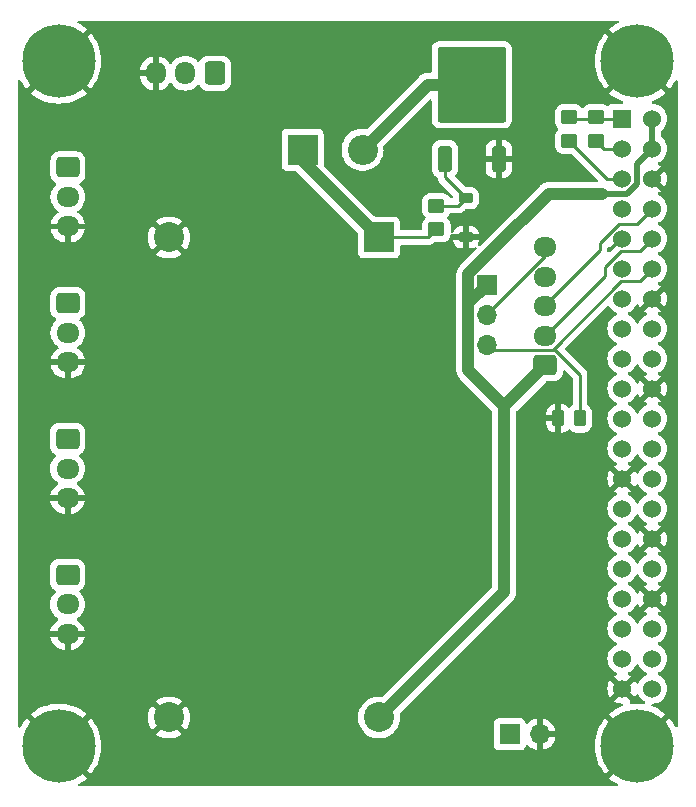
<source format=gbr>
%TF.GenerationSoftware,KiCad,Pcbnew,7.0.2*%
%TF.CreationDate,2024-02-14T23:55:05+01:00*%
%TF.ProjectId,CDFR,43444652-2e6b-4696-9361-645f70636258,rev?*%
%TF.SameCoordinates,Original*%
%TF.FileFunction,Copper,L1,Top*%
%TF.FilePolarity,Positive*%
%FSLAX46Y46*%
G04 Gerber Fmt 4.6, Leading zero omitted, Abs format (unit mm)*
G04 Created by KiCad (PCBNEW 7.0.2) date 2024-02-14 23:55:05*
%MOMM*%
%LPD*%
G01*
G04 APERTURE LIST*
G04 Aperture macros list*
%AMRoundRect*
0 Rectangle with rounded corners*
0 $1 Rounding radius*
0 $2 $3 $4 $5 $6 $7 $8 $9 X,Y pos of 4 corners*
0 Add a 4 corners polygon primitive as box body*
4,1,4,$2,$3,$4,$5,$6,$7,$8,$9,$2,$3,0*
0 Add four circle primitives for the rounded corners*
1,1,$1+$1,$2,$3*
1,1,$1+$1,$4,$5*
1,1,$1+$1,$6,$7*
1,1,$1+$1,$8,$9*
0 Add four rect primitives between the rounded corners*
20,1,$1+$1,$2,$3,$4,$5,0*
20,1,$1+$1,$4,$5,$6,$7,0*
20,1,$1+$1,$6,$7,$8,$9,0*
20,1,$1+$1,$8,$9,$2,$3,0*%
G04 Aperture macros list end*
%TA.AperFunction,SMDPad,CuDef*%
%ADD10RoundRect,0.250000X0.350000X-0.850000X0.350000X0.850000X-0.350000X0.850000X-0.350000X-0.850000X0*%
%TD*%
%TA.AperFunction,SMDPad,CuDef*%
%ADD11RoundRect,0.250000X1.125000X-1.275000X1.125000X1.275000X-1.125000X1.275000X-1.125000X-1.275000X0*%
%TD*%
%TA.AperFunction,SMDPad,CuDef*%
%ADD12RoundRect,0.249997X2.650003X-2.950003X2.650003X2.950003X-2.650003X2.950003X-2.650003X-2.950003X0*%
%TD*%
%TA.AperFunction,SMDPad,CuDef*%
%ADD13RoundRect,0.250000X0.450000X-0.350000X0.450000X0.350000X-0.450000X0.350000X-0.450000X-0.350000X0*%
%TD*%
%TA.AperFunction,ComponentPad*%
%ADD14RoundRect,0.250000X0.600000X0.725000X-0.600000X0.725000X-0.600000X-0.725000X0.600000X-0.725000X0*%
%TD*%
%TA.AperFunction,ComponentPad*%
%ADD15O,1.700000X1.950000*%
%TD*%
%TA.AperFunction,ComponentPad*%
%ADD16RoundRect,0.250000X-0.725000X0.600000X-0.725000X-0.600000X0.725000X-0.600000X0.725000X0.600000X0*%
%TD*%
%TA.AperFunction,ComponentPad*%
%ADD17O,1.950000X1.700000*%
%TD*%
%TA.AperFunction,ComponentPad*%
%ADD18RoundRect,0.250000X0.725000X-0.600000X0.725000X0.600000X-0.725000X0.600000X-0.725000X-0.600000X0*%
%TD*%
%TA.AperFunction,SMDPad,CuDef*%
%ADD19RoundRect,0.250000X-0.262500X-0.450000X0.262500X-0.450000X0.262500X0.450000X-0.262500X0.450000X0*%
%TD*%
%TA.AperFunction,ComponentPad*%
%ADD20R,1.700000X1.700000*%
%TD*%
%TA.AperFunction,ComponentPad*%
%ADD21O,1.700000X1.700000*%
%TD*%
%TA.AperFunction,ComponentPad*%
%ADD22R,1.524000X1.524000*%
%TD*%
%TA.AperFunction,ComponentPad*%
%ADD23C,1.524000*%
%TD*%
%TA.AperFunction,ComponentPad*%
%ADD24C,6.200000*%
%TD*%
%TA.AperFunction,ComponentPad*%
%ADD25R,2.540000X2.540000*%
%TD*%
%TA.AperFunction,ComponentPad*%
%ADD26C,2.540000*%
%TD*%
%TA.AperFunction,SMDPad,CuDef*%
%ADD27RoundRect,0.225000X-0.375000X0.225000X-0.375000X-0.225000X0.375000X-0.225000X0.375000X0.225000X0*%
%TD*%
%TA.AperFunction,ComponentPad*%
%ADD28R,2.550000X2.550000*%
%TD*%
%TA.AperFunction,ComponentPad*%
%ADD29C,2.550000*%
%TD*%
%TA.AperFunction,Conductor*%
%ADD30C,0.250000*%
%TD*%
%TA.AperFunction,Conductor*%
%ADD31C,1.000000*%
%TD*%
%TA.AperFunction,Conductor*%
%ADD32C,0.500000*%
%TD*%
G04 APERTURE END LIST*
D10*
%TO.P,Q1,1,G*%
%TO.N,Net-(D1-K)*%
X142470000Y-40290000D03*
D11*
%TO.P,Q1,2,D*%
%TO.N,Net-(J7-Pin_2)*%
X143225000Y-35665000D03*
X146275000Y-35665000D03*
D12*
X144750000Y-33990000D03*
D11*
X143225000Y-32315000D03*
X146275000Y-32315000D03*
D10*
%TO.P,Q1,3,S*%
%TO.N,GND*%
X147030000Y-40290000D03*
%TD*%
D13*
%TO.P,R1,1*%
%TO.N,/I2C_CLK*%
X153000000Y-38750000D03*
%TO.P,R1,2*%
%TO.N,+3.3V*%
X153000000Y-36750000D03*
%TD*%
D14*
%TO.P,J5,1,Pin_1*%
%TO.N,/I2C_CLK*%
X123000000Y-33025000D03*
D15*
%TO.P,J5,2,Pin_2*%
%TO.N,/I2C_SDA*%
X120500000Y-33025000D03*
%TO.P,J5,3,Pin_3*%
%TO.N,GND*%
X118000000Y-33025000D03*
%TD*%
D16*
%TO.P,J2,1,Pin_1*%
%TO.N,/I2C_CLK*%
X110550000Y-52500000D03*
D17*
%TO.P,J2,2,Pin_2*%
%TO.N,/I2C_SDA*%
X110550000Y-55000000D03*
%TO.P,J2,3,Pin_3*%
%TO.N,GND*%
X110550000Y-57500000D03*
%TD*%
D18*
%TO.P,J8,1,Pin_1*%
%TO.N,+5V*%
X150975000Y-57750000D03*
D17*
%TO.P,J8,2,Pin_2*%
%TO.N,Net-(J8-Pin_2)*%
X150975000Y-55250000D03*
%TO.P,J8,3,Pin_3*%
%TO.N,Net-(J8-Pin_3)*%
X150975000Y-52750000D03*
%TO.P,J8,4,Pin_4*%
%TO.N,GND*%
X150975000Y-50250000D03*
%TO.P,J8,5,Pin_5*%
%TO.N,Net-(J8-Pin_5)*%
X150975000Y-47750000D03*
%TD*%
D13*
%TO.P,R2,1*%
%TO.N,/I2C_SDA*%
X155250000Y-38750000D03*
%TO.P,R2,2*%
%TO.N,+3.3V*%
X155250000Y-36750000D03*
%TD*%
D19*
%TO.P,R3,1*%
%TO.N,GND*%
X152087500Y-62250000D03*
%TO.P,R3,2*%
%TO.N,MotorControl*%
X153912500Y-62250000D03*
%TD*%
D20*
%TO.P,JP1,1,A*%
%TO.N,+5V*%
X146000000Y-50960000D03*
D21*
%TO.P,JP1,2,C*%
%TO.N,Net-(J8-Pin_5)*%
X146000000Y-53500000D03*
%TO.P,JP1,3,B*%
%TO.N,MotorControl*%
X146000000Y-56040000D03*
%TD*%
D16*
%TO.P,J4,1,Pin_1*%
%TO.N,/I2C_CLK*%
X110525000Y-75500000D03*
D17*
%TO.P,J4,2,Pin_2*%
%TO.N,/I2C_SDA*%
X110525000Y-78000000D03*
%TO.P,J4,3,Pin_3*%
%TO.N,GND*%
X110525000Y-80500000D03*
%TD*%
D16*
%TO.P,J1,1,Pin_1*%
%TO.N,/I2C_CLK*%
X110550000Y-41000000D03*
D17*
%TO.P,J1,2,Pin_2*%
%TO.N,/I2C_SDA*%
X110550000Y-43500000D03*
%TO.P,J1,3,Pin_3*%
%TO.N,GND*%
X110550000Y-46000000D03*
%TD*%
D22*
%TO.P,U1,1,3V3*%
%TO.N,+3.3V*%
X157500000Y-36870000D03*
D23*
%TO.P,U1,2,5V*%
%TO.N,+5V*%
X160040000Y-36870000D03*
%TO.P,U1,3,GPIO2/SDA1*%
%TO.N,/I2C_SDA*%
X157500000Y-39410000D03*
%TO.P,U1,4,5V*%
%TO.N,+5V*%
X160040000Y-39410000D03*
%TO.P,U1,5,GPIO3/SCL1*%
%TO.N,/I2C_CLK*%
X157500000Y-41950000D03*
%TO.P,U1,6,GND*%
%TO.N,GND*%
X160040000Y-41950000D03*
%TO.P,U1,7,GPIO4/GPIO_GCKL*%
%TO.N,unconnected-(U1-GPIO4{slash}GPIO_GCKL-Pad7)*%
X157500000Y-44490000D03*
%TO.P,U1,8,GPIO14/TXD0*%
%TO.N,Net-(J8-Pin_3)*%
X160040000Y-44490000D03*
%TO.P,U1,9,GND*%
%TO.N,GND*%
X157500000Y-47030000D03*
%TO.P,U1,10,GPIO15/RXD0*%
%TO.N,Net-(J8-Pin_2)*%
X160040000Y-47030000D03*
%TO.P,U1,11,GPIO17/GPIO_GEN0*%
%TO.N,unconnected-(U1-GPIO17{slash}GPIO_GEN0-Pad11)*%
X157500000Y-49570000D03*
%TO.P,U1,12,GPIO18/GPIO_GEN1*%
%TO.N,MotorControl*%
X160040000Y-49570000D03*
%TO.P,U1,13,GPIO27/GPIO_GEN2*%
%TO.N,unconnected-(U1-GPIO27{slash}GPIO_GEN2-Pad13)*%
X157500000Y-52110000D03*
%TO.P,U1,14,GND*%
%TO.N,GND*%
X160040000Y-52110000D03*
%TO.P,U1,15,GPIO22/GPIO_GEN3*%
%TO.N,unconnected-(U1-GPIO22{slash}GPIO_GEN3-Pad15)*%
X157500000Y-54650000D03*
%TO.P,U1,16,GPIO23/GPIO_GEN4*%
%TO.N,unconnected-(U1-GPIO23{slash}GPIO_GEN4-Pad16)*%
X160040000Y-54650000D03*
%TO.P,U1,17,3V3*%
%TO.N,unconnected-(U1-3V3-Pad17)*%
X157500000Y-57190000D03*
%TO.P,U1,18,GPIO24/GPIO_GEN5*%
%TO.N,unconnected-(U1-GPIO24{slash}GPIO_GEN5-Pad18)*%
X160040000Y-57190000D03*
%TO.P,U1,19,GPIO10/SPI_MOSI*%
%TO.N,unconnected-(U1-GPIO10{slash}SPI_MOSI-Pad19)*%
X157500000Y-59730000D03*
%TO.P,U1,20,GND*%
%TO.N,GND*%
X160040000Y-59730000D03*
%TO.P,U1,21,GPIO9/SPI_MISO*%
%TO.N,unconnected-(U1-GPIO9{slash}SPI_MISO-Pad21)*%
X157500000Y-62270000D03*
%TO.P,U1,22,GPIO25/GPIO_GEN6*%
%TO.N,unconnected-(U1-GPIO25{slash}GPIO_GEN6-Pad22)*%
X160040000Y-62270000D03*
%TO.P,U1,23,GPIO11/SPI_SCLK*%
%TO.N,unconnected-(U1-GPIO11{slash}SPI_SCLK-Pad23)*%
X157500000Y-64810000D03*
%TO.P,U1,24,GPIO8/~{SPI_CE0}*%
%TO.N,unconnected-(U1-GPIO8{slash}~{SPI_CE0}-Pad24)*%
X160040000Y-64810000D03*
%TO.P,U1,25,GND*%
%TO.N,GND*%
X157500000Y-67350000D03*
%TO.P,U1,26,GPIO7/~{SPI_CE1}*%
%TO.N,unconnected-(U1-GPIO7{slash}~{SPI_CE1}-Pad26)*%
X160040000Y-67350000D03*
%TO.P,U1,27,ID_SD*%
%TO.N,unconnected-(U1-ID_SD-Pad27)*%
X157500000Y-69890000D03*
%TO.P,U1,28,ID_SC*%
%TO.N,unconnected-(U1-ID_SC-Pad28)*%
X160040000Y-69890000D03*
%TO.P,U1,29,GPIO5*%
%TO.N,Net-(J6-Pin_1)*%
X157500000Y-72430000D03*
%TO.P,U1,30,GND*%
%TO.N,GND*%
X160040000Y-72430000D03*
%TO.P,U1,31,GPIO6*%
%TO.N,unconnected-(U1-GPIO6-Pad31)*%
X157500000Y-74970000D03*
%TO.P,U1,32,GPIO12*%
%TO.N,unconnected-(U1-GPIO12-Pad32)*%
X160040000Y-74970000D03*
%TO.P,U1,33,GPIO13*%
%TO.N,unconnected-(U1-GPIO13-Pad33)*%
X157500000Y-77510000D03*
%TO.P,U1,34,GND*%
%TO.N,GND*%
X160040000Y-77510000D03*
%TO.P,U1,35,GPIO19*%
%TO.N,unconnected-(U1-GPIO19-Pad35)*%
X157500000Y-80050000D03*
%TO.P,U1,36,GPIO16*%
%TO.N,unconnected-(U1-GPIO16-Pad36)*%
X160040000Y-80050000D03*
%TO.P,U1,37,GPIO26*%
%TO.N,unconnected-(U1-GPIO26-Pad37)*%
X157500000Y-82590000D03*
%TO.P,U1,38,GPIO20*%
%TO.N,unconnected-(U1-GPIO20-Pad38)*%
X160040000Y-82590000D03*
%TO.P,U1,39,GND*%
%TO.N,GND*%
X157500000Y-85130000D03*
%TO.P,U1,40,GPIO21*%
%TO.N,unconnected-(U1-GPIO21-Pad40)*%
X160040000Y-85130000D03*
D24*
%TO.P,U1,S1,SHIELD*%
%TO.N,GND*%
X158770000Y-32000000D03*
%TO.P,U1,S2,SHIELD*%
X158770000Y-90000000D03*
%TO.P,U1,S3,SHIELD*%
X109770000Y-90000000D03*
%TO.P,U1,S4,SHIELD*%
X109770000Y-32000000D03*
%TD*%
D16*
%TO.P,J3,1,Pin_1*%
%TO.N,/I2C_CLK*%
X110525000Y-64000000D03*
D17*
%TO.P,J3,2,Pin_2*%
%TO.N,/I2C_SDA*%
X110525000Y-66500000D03*
%TO.P,J3,3,Pin_3*%
%TO.N,GND*%
X110525000Y-69000000D03*
%TD*%
D25*
%TO.P,U3,1,Vin*%
%TO.N,Net-(J7-Pin_1)*%
X136890000Y-46930000D03*
D26*
%TO.P,U3,2,GND*%
%TO.N,GND*%
X119110000Y-46930000D03*
%TO.P,U3,3,GND*%
X119110000Y-87570000D03*
%TO.P,U3,4,Vout*%
%TO.N,+5V*%
X136890000Y-87570000D03*
%TD*%
D20*
%TO.P,J6,1,Pin_1*%
%TO.N,Net-(J6-Pin_1)*%
X147960000Y-89000000D03*
D21*
%TO.P,J6,2,Pin_2*%
%TO.N,GND*%
X150500000Y-89000000D03*
%TD*%
D27*
%TO.P,D1,1,K*%
%TO.N,Net-(D1-K)*%
X144250000Y-43600000D03*
%TO.P,D1,2,A*%
%TO.N,GND*%
X144250000Y-46900000D03*
%TD*%
D28*
%TO.P,J7,1,Pin_1*%
%TO.N,Net-(J7-Pin_1)*%
X130420000Y-39500000D03*
D29*
%TO.P,J7,2,Pin_2*%
%TO.N,Net-(J7-Pin_2)*%
X135500000Y-39500000D03*
%TD*%
D13*
%TO.P,R4,1*%
%TO.N,Net-(J7-Pin_1)*%
X141750000Y-46250000D03*
%TO.P,R4,2*%
%TO.N,Net-(D1-K)*%
X141750000Y-44250000D03*
%TD*%
D30*
%TO.N,/I2C_CLK*%
X156200000Y-41950000D02*
X153000000Y-38750000D01*
X157500000Y-41950000D02*
X156200000Y-41950000D01*
%TO.N,/I2C_SDA*%
X155910000Y-39410000D02*
X155250000Y-38750000D01*
X157500000Y-39410000D02*
X155910000Y-39410000D01*
D31*
%TO.N,Net-(J7-Pin_1)*%
X130420000Y-39500000D02*
X130420000Y-40460000D01*
D30*
X141070000Y-46930000D02*
X136890000Y-46930000D01*
X141750000Y-46250000D02*
X141070000Y-46930000D01*
D31*
X130420000Y-40460000D02*
X136890000Y-46930000D01*
D30*
%TO.N,Net-(D1-K)*%
X142470000Y-40290000D02*
X142470000Y-41820000D01*
X141750000Y-44250000D02*
X143600000Y-44250000D01*
X142470000Y-41820000D02*
X144250000Y-43600000D01*
X143600000Y-44250000D02*
X144250000Y-43600000D01*
D31*
%TO.N,Net-(J7-Pin_2)*%
X135500000Y-39500000D02*
X141010000Y-33990000D01*
X141010000Y-33990000D02*
X144750000Y-33990000D01*
%TO.N,+5V*%
X144450000Y-52510000D02*
X146000000Y-50960000D01*
X147500000Y-61500000D02*
X147500000Y-61225000D01*
X144450000Y-52510000D02*
X144450000Y-50050000D01*
D32*
X157914027Y-43250000D02*
X155750000Y-43250000D01*
D31*
X147500000Y-76960000D02*
X147500000Y-61500000D01*
D32*
X158750000Y-40725000D02*
X158750000Y-42414027D01*
D31*
X151250000Y-43250000D02*
X155750000Y-43250000D01*
D32*
X158750000Y-42414027D02*
X157914027Y-43250000D01*
D31*
X147500000Y-61225000D02*
X150975000Y-57750000D01*
X144450000Y-58175000D02*
X144450000Y-52510000D01*
D32*
X160040000Y-39410000D02*
X160040000Y-36870000D01*
D31*
X146500000Y-48000000D02*
X151250000Y-43250000D01*
X144450000Y-50050000D02*
X146500000Y-48000000D01*
D32*
X160040000Y-39435000D02*
X158750000Y-40725000D01*
D31*
X136890000Y-87570000D02*
X147500000Y-76960000D01*
D32*
X160040000Y-39410000D02*
X160040000Y-39435000D01*
D31*
X147500000Y-61225000D02*
X144450000Y-58175000D01*
D30*
%TO.N,Net-(J8-Pin_2)*%
X158953000Y-48117000D02*
X160040000Y-47030000D01*
X157383000Y-48117000D02*
X158953000Y-48117000D01*
X156058000Y-49442000D02*
X157383000Y-48117000D01*
X150975000Y-55250000D02*
X156058000Y-50167000D01*
X156058000Y-50167000D02*
X156058000Y-49442000D01*
%TO.N,+3.3V*%
X153120000Y-36870000D02*
X157500000Y-36870000D01*
X153000000Y-36750000D02*
X153120000Y-36870000D01*
%TO.N,Net-(J8-Pin_3)*%
X155608000Y-47384749D02*
X157242749Y-45750000D01*
X157242749Y-45750000D02*
X158780000Y-45750000D01*
X158780000Y-45750000D02*
X160040000Y-44490000D01*
X150975000Y-52750000D02*
X150975000Y-52637500D01*
X155608000Y-48004500D02*
X155608000Y-47384749D01*
X150975000Y-52637500D02*
X155608000Y-48004500D01*
%TO.N,Net-(J8-Pin_5)*%
X146000000Y-53500000D02*
X146000000Y-53438299D01*
X150975000Y-48463299D02*
X150975000Y-47750000D01*
X146000000Y-53438299D02*
X150975000Y-48463299D01*
%TO.N,MotorControl*%
X151250000Y-56425000D02*
X151788173Y-56425000D01*
X157415749Y-50657000D02*
X158953000Y-50657000D01*
X153912500Y-58549327D02*
X153912500Y-62250000D01*
X146000000Y-56040000D02*
X146385000Y-56425000D01*
X151647749Y-56425000D02*
X157415749Y-50657000D01*
X158953000Y-50657000D02*
X160040000Y-49570000D01*
X151250000Y-56425000D02*
X151647749Y-56425000D01*
X146385000Y-56425000D02*
X151250000Y-56425000D01*
X151788173Y-56425000D02*
X153912500Y-58549327D01*
%TD*%
%TA.AperFunction,Conductor*%
%TO.N,GND*%
G36*
X157134390Y-28583685D02*
G01*
X157180145Y-28636489D01*
X157190089Y-28705647D01*
X157161064Y-28769203D01*
X157123646Y-28798485D01*
X156970423Y-28876555D01*
X156964802Y-28879801D01*
X156653797Y-29081770D01*
X156648543Y-29085587D01*
X156405750Y-29282197D01*
X157990677Y-30867124D01*
X157903075Y-30926333D01*
X157734094Y-31088288D01*
X157636580Y-31220133D01*
X156052197Y-29635750D01*
X155855587Y-29878543D01*
X155851770Y-29883797D01*
X155649801Y-30194802D01*
X155646555Y-30200423D01*
X155478196Y-30530846D01*
X155475559Y-30536770D01*
X155342658Y-30882988D01*
X155340659Y-30889140D01*
X155244676Y-31247356D01*
X155243328Y-31253699D01*
X155185315Y-31619975D01*
X155184638Y-31626418D01*
X155165230Y-31996756D01*
X155165230Y-32003243D01*
X155184638Y-32373581D01*
X155185315Y-32380024D01*
X155243328Y-32746300D01*
X155244676Y-32752643D01*
X155340659Y-33110859D01*
X155342658Y-33117011D01*
X155475559Y-33463229D01*
X155478196Y-33469153D01*
X155646555Y-33799576D01*
X155649801Y-33805197D01*
X155851770Y-34116202D01*
X155855587Y-34121456D01*
X156052197Y-34364248D01*
X157635874Y-32780571D01*
X157660507Y-32820577D01*
X157815144Y-32996278D01*
X157987835Y-33135716D01*
X156405750Y-34717801D01*
X156648543Y-34914412D01*
X156653797Y-34918229D01*
X156964802Y-35120198D01*
X156970423Y-35123444D01*
X157300846Y-35291803D01*
X157306776Y-35294443D01*
X157497711Y-35367736D01*
X157553244Y-35410138D01*
X157577037Y-35475832D01*
X157561536Y-35543960D01*
X157511662Y-35592893D01*
X157453274Y-35607500D01*
X156693439Y-35607500D01*
X156693420Y-35607500D01*
X156690128Y-35607501D01*
X156686848Y-35607853D01*
X156686840Y-35607854D01*
X156630515Y-35613909D01*
X156495669Y-35664204D01*
X156380453Y-35750454D01*
X156351207Y-35789522D01*
X156295273Y-35831392D01*
X156225582Y-35836376D01*
X156182316Y-35812750D01*
X156180993Y-35814897D01*
X156019334Y-35715186D01*
X155852797Y-35660000D01*
X155753141Y-35649819D01*
X155753122Y-35649818D01*
X155750009Y-35649500D01*
X155746860Y-35649500D01*
X154753140Y-35649500D01*
X154753120Y-35649500D01*
X154749992Y-35649501D01*
X154746860Y-35649820D01*
X154746858Y-35649821D01*
X154647203Y-35660000D01*
X154480665Y-35715186D01*
X154331344Y-35807287D01*
X154212680Y-35925951D01*
X154151357Y-35959435D01*
X154081665Y-35954451D01*
X154037319Y-35925951D01*
X153918656Y-35807288D01*
X153918655Y-35807287D01*
X153918654Y-35807286D01*
X153769334Y-35715186D01*
X153602797Y-35660000D01*
X153503141Y-35649819D01*
X153503122Y-35649818D01*
X153500009Y-35649500D01*
X153496860Y-35649500D01*
X152503140Y-35649500D01*
X152503120Y-35649500D01*
X152499992Y-35649501D01*
X152496860Y-35649820D01*
X152496858Y-35649821D01*
X152397203Y-35660000D01*
X152230665Y-35715186D01*
X152081342Y-35807288D01*
X151957288Y-35931342D01*
X151865186Y-36080665D01*
X151810000Y-36247202D01*
X151799819Y-36346858D01*
X151799817Y-36346878D01*
X151799500Y-36349991D01*
X151799500Y-36353138D01*
X151799500Y-36353139D01*
X151799500Y-37146858D01*
X151799500Y-37146877D01*
X151799501Y-37150008D01*
X151799820Y-37153140D01*
X151799821Y-37153141D01*
X151810000Y-37252796D01*
X151865186Y-37419334D01*
X151957288Y-37568657D01*
X152050950Y-37662319D01*
X152084435Y-37723642D01*
X152079451Y-37793334D01*
X152050950Y-37837681D01*
X151957288Y-37931342D01*
X151865186Y-38080665D01*
X151810000Y-38247202D01*
X151799819Y-38346858D01*
X151799817Y-38346878D01*
X151799500Y-38349991D01*
X151799500Y-38353138D01*
X151799500Y-38353139D01*
X151799500Y-39146858D01*
X151799500Y-39146877D01*
X151799501Y-39150008D01*
X151799820Y-39153140D01*
X151799821Y-39153141D01*
X151810000Y-39252796D01*
X151865186Y-39419334D01*
X151957288Y-39568657D01*
X152081342Y-39692711D01*
X152081344Y-39692712D01*
X152230666Y-39784814D01*
X152342016Y-39821712D01*
X152397202Y-39839999D01*
X152496858Y-39850180D01*
X152496859Y-39850180D01*
X152499991Y-39850500D01*
X153164547Y-39850499D01*
X153231586Y-39870183D01*
X153252228Y-39886818D01*
X155403228Y-42037819D01*
X155436713Y-42099142D01*
X155431729Y-42168834D01*
X155389857Y-42224767D01*
X155324393Y-42249184D01*
X155315547Y-42249500D01*
X151264238Y-42249500D01*
X151261096Y-42249460D01*
X151173635Y-42247243D01*
X151115581Y-42257648D01*
X151106253Y-42258957D01*
X151047561Y-42264926D01*
X151018527Y-42274035D01*
X151003288Y-42277775D01*
X150973345Y-42283142D01*
X150918568Y-42305021D01*
X150909698Y-42308179D01*
X150853410Y-42325841D01*
X150826809Y-42340605D01*
X150812639Y-42347335D01*
X150784385Y-42358622D01*
X150735121Y-42391087D01*
X150727070Y-42395964D01*
X150675498Y-42424590D01*
X150652414Y-42444407D01*
X150639887Y-42453853D01*
X150614481Y-42470598D01*
X150572775Y-42512303D01*
X150565868Y-42518704D01*
X150521103Y-42557135D01*
X150502480Y-42581193D01*
X150492108Y-42592969D01*
X145805894Y-47279185D01*
X145449100Y-47635979D01*
X145387777Y-47669464D01*
X145318085Y-47664480D01*
X145262152Y-47622608D01*
X145237735Y-47557144D01*
X145252587Y-47488871D01*
X145255881Y-47483200D01*
X145286546Y-47433483D01*
X145339856Y-47272606D01*
X145349680Y-47176445D01*
X145350000Y-47170167D01*
X145350000Y-47150000D01*
X144500000Y-47150000D01*
X144500000Y-47849999D01*
X144670165Y-47849999D01*
X144676447Y-47849678D01*
X144772605Y-47839856D01*
X144933484Y-47786546D01*
X144983198Y-47755882D01*
X145050590Y-47737440D01*
X145117254Y-47758361D01*
X145162025Y-47812002D01*
X145170688Y-47881333D01*
X145140492Y-47944341D01*
X145135978Y-47949100D01*
X143752646Y-49332432D01*
X143750399Y-49334623D01*
X143686948Y-49394939D01*
X143653244Y-49443362D01*
X143647573Y-49450882D01*
X143610301Y-49496593D01*
X143596210Y-49523566D01*
X143588082Y-49536983D01*
X143570705Y-49561950D01*
X143547439Y-49616165D01*
X143543399Y-49624671D01*
X143516090Y-49676952D01*
X143507720Y-49706201D01*
X143502459Y-49720978D01*
X143490460Y-49748942D01*
X143478587Y-49806713D01*
X143476342Y-49815860D01*
X143460113Y-49872580D01*
X143457802Y-49902925D01*
X143455622Y-49918466D01*
X143449500Y-49948258D01*
X143449500Y-50007241D01*
X143449142Y-50016655D01*
X143444663Y-50075477D01*
X143448506Y-50105651D01*
X143449500Y-50121317D01*
X143449500Y-52467241D01*
X143449142Y-52476655D01*
X143444663Y-52535477D01*
X143448506Y-52565651D01*
X143449500Y-52581317D01*
X143449500Y-58160721D01*
X143449460Y-58163863D01*
X143447242Y-58251362D01*
X143457648Y-58309420D01*
X143458957Y-58318749D01*
X143464926Y-58377438D01*
X143474033Y-58406467D01*
X143477772Y-58421702D01*
X143483141Y-58451652D01*
X143505020Y-58506425D01*
X143508180Y-58515300D01*
X143515336Y-58538109D01*
X143525841Y-58571588D01*
X143540607Y-58598191D01*
X143547337Y-58612364D01*
X143558622Y-58640617D01*
X143591080Y-58689867D01*
X143595961Y-58697923D01*
X143624590Y-58749501D01*
X143644404Y-58772581D01*
X143653856Y-58785116D01*
X143670599Y-58810520D01*
X143712300Y-58852221D01*
X143718705Y-58859132D01*
X143757130Y-58903891D01*
X143757131Y-58903892D01*
X143757134Y-58903895D01*
X143781198Y-58922522D01*
X143792968Y-58932888D01*
X146463182Y-61603103D01*
X146496666Y-61664424D01*
X146499500Y-61690782D01*
X146499500Y-76494216D01*
X146479815Y-76561255D01*
X146463181Y-76581897D01*
X137260646Y-85784432D01*
X137199323Y-85817917D01*
X137154484Y-85819366D01*
X137022682Y-85799500D01*
X137022681Y-85799500D01*
X136757319Y-85799500D01*
X136757318Y-85799500D01*
X136494920Y-85839050D01*
X136241351Y-85917265D01*
X136002265Y-86032403D01*
X135783018Y-86181883D01*
X135588492Y-86362377D01*
X135423041Y-86569845D01*
X135290360Y-86799656D01*
X135193414Y-87046670D01*
X135134364Y-87305383D01*
X135114534Y-87570000D01*
X135134364Y-87834616D01*
X135193414Y-88093329D01*
X135283326Y-88322421D01*
X135290361Y-88340345D01*
X135298040Y-88353645D01*
X135330659Y-88410144D01*
X135423042Y-88570155D01*
X135588492Y-88777623D01*
X135748764Y-88926333D01*
X135783018Y-88958116D01*
X136001630Y-89107163D01*
X136002268Y-89107598D01*
X136241350Y-89222734D01*
X136494922Y-89300950D01*
X136710748Y-89333480D01*
X136757318Y-89340500D01*
X136757319Y-89340500D01*
X137022682Y-89340500D01*
X137062232Y-89334538D01*
X137285078Y-89300950D01*
X137538650Y-89222734D01*
X137777733Y-89107598D01*
X137954452Y-88987112D01*
X137996986Y-88958113D01*
X138172493Y-88795266D01*
X138191508Y-88777623D01*
X138356958Y-88570155D01*
X138489639Y-88340345D01*
X138586586Y-88093327D01*
X138645635Y-87834619D01*
X138665465Y-87570000D01*
X138645641Y-87305457D01*
X138644941Y-87296114D01*
X138647621Y-87295913D01*
X138651018Y-87240498D01*
X138679952Y-87194967D01*
X148197389Y-77677529D01*
X148199559Y-77675413D01*
X148263053Y-77615059D01*
X148296759Y-77566630D01*
X148302428Y-77559113D01*
X148321000Y-77536337D01*
X148339698Y-77513407D01*
X148353783Y-77486439D01*
X148361918Y-77473015D01*
X148368373Y-77463740D01*
X148379295Y-77448049D01*
X148402568Y-77393815D01*
X148406598Y-77385331D01*
X148433908Y-77333051D01*
X148433909Y-77333049D01*
X148442278Y-77303797D01*
X148447534Y-77289032D01*
X148459540Y-77261058D01*
X148471418Y-77203256D01*
X148473651Y-77194156D01*
X148489887Y-77137418D01*
X148492197Y-77107077D01*
X148494376Y-77091535D01*
X148500500Y-77061741D01*
X148500500Y-77002757D01*
X148500858Y-76993342D01*
X148505337Y-76934524D01*
X148501493Y-76904339D01*
X148500500Y-76888676D01*
X148500500Y-62500000D01*
X151075001Y-62500000D01*
X151075001Y-62746829D01*
X151075321Y-62753111D01*
X151085493Y-62852695D01*
X151140642Y-63019122D01*
X151232683Y-63168345D01*
X151356654Y-63292316D01*
X151505877Y-63384357D01*
X151672303Y-63439506D01*
X151771891Y-63449680D01*
X151778167Y-63449999D01*
X151837499Y-63449998D01*
X151837500Y-63449998D01*
X151837500Y-62500000D01*
X151075001Y-62500000D01*
X148500500Y-62500000D01*
X148500500Y-62000000D01*
X151075000Y-62000000D01*
X151837500Y-62000000D01*
X151837500Y-61050000D01*
X151837499Y-61049999D01*
X151778171Y-61050000D01*
X151771888Y-61050321D01*
X151672304Y-61060493D01*
X151505877Y-61115642D01*
X151356654Y-61207683D01*
X151232683Y-61331654D01*
X151140642Y-61480877D01*
X151085493Y-61647303D01*
X151075319Y-61746890D01*
X151075000Y-61753168D01*
X151075000Y-62000000D01*
X148500500Y-62000000D01*
X148500500Y-61690781D01*
X148520185Y-61623742D01*
X148536814Y-61603105D01*
X151003101Y-59136817D01*
X151064424Y-59103333D01*
X151090782Y-59100499D01*
X151746859Y-59100499D01*
X151750008Y-59100499D01*
X151852797Y-59089999D01*
X152019334Y-59034814D01*
X152168656Y-58942712D01*
X152292712Y-58818656D01*
X152384814Y-58669334D01*
X152439999Y-58502797D01*
X152450500Y-58400009D01*
X152450499Y-58271277D01*
X152470183Y-58204240D01*
X152522987Y-58158485D01*
X152592145Y-58148541D01*
X152655701Y-58177565D01*
X152662180Y-58183598D01*
X153250681Y-58772098D01*
X153284166Y-58833421D01*
X153287000Y-58859779D01*
X153287000Y-61072911D01*
X153267315Y-61139950D01*
X153228098Y-61178449D01*
X153181344Y-61207287D01*
X153087327Y-61301304D01*
X153026004Y-61334788D01*
X152956312Y-61329804D01*
X152911965Y-61301303D01*
X152818345Y-61207683D01*
X152669122Y-61115642D01*
X152502696Y-61060493D01*
X152403109Y-61050319D01*
X152396832Y-61050000D01*
X152337500Y-61050000D01*
X152337500Y-63449999D01*
X152396829Y-63449999D01*
X152403111Y-63449678D01*
X152502695Y-63439506D01*
X152669122Y-63384357D01*
X152818344Y-63292316D01*
X152911964Y-63198696D01*
X152973287Y-63165210D01*
X153042978Y-63170194D01*
X153087325Y-63198693D01*
X153135834Y-63247202D01*
X153181345Y-63292713D01*
X153256004Y-63338762D01*
X153330666Y-63384814D01*
X153442017Y-63421712D01*
X153497202Y-63439999D01*
X153596858Y-63450180D01*
X153596859Y-63450180D01*
X153599991Y-63450500D01*
X154225008Y-63450499D01*
X154327797Y-63439999D01*
X154494334Y-63384814D01*
X154643656Y-63292712D01*
X154767712Y-63168656D01*
X154859814Y-63019334D01*
X154914999Y-62852797D01*
X154925500Y-62750009D01*
X154925499Y-61749992D01*
X154914999Y-61647203D01*
X154859814Y-61480666D01*
X154767712Y-61331344D01*
X154767711Y-61331342D01*
X154643657Y-61207288D01*
X154596902Y-61178449D01*
X154550178Y-61126501D01*
X154538000Y-61072911D01*
X154538000Y-58632067D01*
X154540263Y-58611566D01*
X154538061Y-58541471D01*
X154538000Y-58537577D01*
X154538000Y-58513871D01*
X154538000Y-58509977D01*
X154537498Y-58506008D01*
X154536580Y-58494351D01*
X154536190Y-58481930D01*
X154535209Y-58450700D01*
X154529620Y-58431467D01*
X154525674Y-58412409D01*
X154523164Y-58392533D01*
X154507088Y-58351931D01*
X154503304Y-58340880D01*
X154496874Y-58318749D01*
X154491118Y-58298937D01*
X154480914Y-58281682D01*
X154472361Y-58264222D01*
X154464986Y-58245595D01*
X154439308Y-58210252D01*
X154432901Y-58200498D01*
X154410670Y-58162907D01*
X154396506Y-58148743D01*
X154383867Y-58133944D01*
X154372095Y-58117740D01*
X154338441Y-58089900D01*
X154329799Y-58082036D01*
X153497762Y-57249999D01*
X152690229Y-56442465D01*
X152656746Y-56381145D01*
X152661730Y-56311453D01*
X152690229Y-56267108D01*
X156220223Y-52737115D01*
X156281544Y-52703632D01*
X156351236Y-52708616D01*
X156407169Y-52750488D01*
X156409461Y-52753652D01*
X156529174Y-52924620D01*
X156685380Y-53080826D01*
X156866338Y-53207534D01*
X156963403Y-53252796D01*
X156995189Y-53267618D01*
X157047628Y-53313790D01*
X157066780Y-53380984D01*
X157046564Y-53447865D01*
X156995189Y-53492382D01*
X156866338Y-53552466D01*
X156685379Y-53679174D01*
X156529174Y-53835379D01*
X156402466Y-54016338D01*
X156309106Y-54216548D01*
X156251929Y-54429934D01*
X156232676Y-54650000D01*
X156251929Y-54870065D01*
X156309106Y-55083451D01*
X156342382Y-55154811D01*
X156402466Y-55283662D01*
X156529174Y-55464620D01*
X156685380Y-55620826D01*
X156866338Y-55747534D01*
X156975899Y-55798623D01*
X156995189Y-55807618D01*
X157047628Y-55853790D01*
X157066780Y-55920984D01*
X157046564Y-55987865D01*
X156995189Y-56032382D01*
X156866338Y-56092466D01*
X156685379Y-56219174D01*
X156529174Y-56375379D01*
X156402466Y-56556338D01*
X156309106Y-56756548D01*
X156251929Y-56969934D01*
X156232676Y-57190000D01*
X156251929Y-57410065D01*
X156309106Y-57623451D01*
X156368117Y-57750000D01*
X156402466Y-57823662D01*
X156529174Y-58004620D01*
X156685380Y-58160826D01*
X156866338Y-58287534D01*
X156980739Y-58340880D01*
X156995189Y-58347618D01*
X157047628Y-58393790D01*
X157066780Y-58460984D01*
X157046564Y-58527865D01*
X156995189Y-58572382D01*
X156866338Y-58632466D01*
X156685379Y-58759174D01*
X156529174Y-58915379D01*
X156402466Y-59096338D01*
X156309106Y-59296548D01*
X156251929Y-59509934D01*
X156232676Y-59730000D01*
X156251929Y-59950065D01*
X156309106Y-60163451D01*
X156336611Y-60222435D01*
X156402466Y-60363662D01*
X156529174Y-60544620D01*
X156685380Y-60700826D01*
X156866338Y-60827534D01*
X156985748Y-60883215D01*
X156995189Y-60887618D01*
X157047628Y-60933790D01*
X157066780Y-61000984D01*
X157046564Y-61067865D01*
X156995189Y-61112382D01*
X156866338Y-61172466D01*
X156685379Y-61299174D01*
X156529174Y-61455379D01*
X156402466Y-61636338D01*
X156309106Y-61836548D01*
X156251929Y-62049934D01*
X156232676Y-62269999D01*
X156251929Y-62490065D01*
X156309106Y-62703451D01*
X156332263Y-62753111D01*
X156402466Y-62903662D01*
X156529174Y-63084620D01*
X156685380Y-63240826D01*
X156866338Y-63367534D01*
X156985748Y-63423215D01*
X156995189Y-63427618D01*
X157047628Y-63473790D01*
X157066780Y-63540984D01*
X157046564Y-63607865D01*
X156995189Y-63652382D01*
X156866338Y-63712466D01*
X156685379Y-63839174D01*
X156529174Y-63995379D01*
X156402466Y-64176338D01*
X156309106Y-64376548D01*
X156251929Y-64589934D01*
X156232676Y-64809999D01*
X156251929Y-65030065D01*
X156309106Y-65243451D01*
X156356410Y-65344895D01*
X156402466Y-65443662D01*
X156529174Y-65624620D01*
X156685380Y-65780826D01*
X156866338Y-65907534D01*
X156936173Y-65940098D01*
X156995780Y-65967894D01*
X157048219Y-66014066D01*
X157067371Y-66081260D01*
X157047155Y-66148141D01*
X156995780Y-66192658D01*
X156866589Y-66252900D01*
X156801812Y-66298258D01*
X156801811Y-66298258D01*
X157360400Y-66856847D01*
X157355408Y-66857565D01*
X157222530Y-66918248D01*
X157112131Y-67013910D01*
X157033155Y-67136799D01*
X157010477Y-67214030D01*
X156448258Y-66651811D01*
X156448258Y-66651812D01*
X156402900Y-66716589D01*
X156309578Y-66916719D01*
X156252424Y-67130021D01*
X156233178Y-67350000D01*
X156252424Y-67569978D01*
X156309579Y-67783281D01*
X156402898Y-67983406D01*
X156448258Y-68048187D01*
X157010477Y-67485968D01*
X157033155Y-67563201D01*
X157112131Y-67686090D01*
X157222530Y-67781752D01*
X157355408Y-67842435D01*
X157360400Y-67843152D01*
X156801812Y-68401740D01*
X156866592Y-68447100D01*
X156995780Y-68507341D01*
X157048220Y-68553513D01*
X157067372Y-68620706D01*
X157047157Y-68687587D01*
X156995782Y-68732105D01*
X156866336Y-68792467D01*
X156685379Y-68919174D01*
X156529174Y-69075379D01*
X156402466Y-69256338D01*
X156309106Y-69456548D01*
X156251929Y-69669934D01*
X156232676Y-69889999D01*
X156251929Y-70110065D01*
X156309106Y-70323451D01*
X156318791Y-70344220D01*
X156402466Y-70523662D01*
X156529174Y-70704620D01*
X156685380Y-70860826D01*
X156866338Y-70987534D01*
X156985748Y-71043215D01*
X156995189Y-71047618D01*
X157047628Y-71093790D01*
X157066780Y-71160984D01*
X157046564Y-71227865D01*
X156995189Y-71272382D01*
X156866338Y-71332466D01*
X156685379Y-71459174D01*
X156529174Y-71615379D01*
X156402466Y-71796338D01*
X156309106Y-71996548D01*
X156251929Y-72209934D01*
X156232676Y-72430000D01*
X156251929Y-72650065D01*
X156309106Y-72863451D01*
X156336611Y-72922435D01*
X156402466Y-73063662D01*
X156529174Y-73244620D01*
X156685380Y-73400826D01*
X156866338Y-73527534D01*
X156985748Y-73583215D01*
X156995189Y-73587618D01*
X157047628Y-73633790D01*
X157066780Y-73700984D01*
X157046564Y-73767865D01*
X156995189Y-73812382D01*
X156866338Y-73872466D01*
X156685379Y-73999174D01*
X156529174Y-74155379D01*
X156402466Y-74336338D01*
X156309106Y-74536548D01*
X156251929Y-74749934D01*
X156232676Y-74970000D01*
X156251929Y-75190065D01*
X156309106Y-75403451D01*
X156342382Y-75474811D01*
X156402466Y-75603662D01*
X156529174Y-75784620D01*
X156685380Y-75940826D01*
X156866338Y-76067534D01*
X156985748Y-76123215D01*
X156995189Y-76127618D01*
X157047628Y-76173790D01*
X157066780Y-76240984D01*
X157046564Y-76307865D01*
X156995189Y-76352382D01*
X156866338Y-76412466D01*
X156685379Y-76539174D01*
X156529174Y-76695379D01*
X156402466Y-76876338D01*
X156309106Y-77076548D01*
X156251929Y-77289934D01*
X156232676Y-77510000D01*
X156251929Y-77730065D01*
X156309106Y-77943451D01*
X156336611Y-78002435D01*
X156402466Y-78143662D01*
X156529174Y-78324620D01*
X156685380Y-78480826D01*
X156866338Y-78607534D01*
X156985748Y-78663215D01*
X156995189Y-78667618D01*
X157047628Y-78713790D01*
X157066780Y-78780984D01*
X157046564Y-78847865D01*
X156995189Y-78892382D01*
X156866338Y-78952466D01*
X156685379Y-79079174D01*
X156529174Y-79235379D01*
X156402466Y-79416338D01*
X156309106Y-79616548D01*
X156251929Y-79829934D01*
X156232676Y-80050000D01*
X156251929Y-80270065D01*
X156309106Y-80483451D01*
X156402466Y-80683662D01*
X156529174Y-80864620D01*
X156685380Y-81020826D01*
X156866338Y-81147534D01*
X156930764Y-81177576D01*
X156995189Y-81207618D01*
X157047628Y-81253790D01*
X157066780Y-81320984D01*
X157046564Y-81387865D01*
X156995189Y-81432382D01*
X156866338Y-81492466D01*
X156685379Y-81619174D01*
X156529174Y-81775379D01*
X156402466Y-81956338D01*
X156309106Y-82156548D01*
X156251929Y-82369934D01*
X156232676Y-82589999D01*
X156251929Y-82810065D01*
X156309106Y-83023451D01*
X156342382Y-83094811D01*
X156402466Y-83223662D01*
X156529174Y-83404620D01*
X156685380Y-83560826D01*
X156866338Y-83687534D01*
X156936173Y-83720098D01*
X156995780Y-83747894D01*
X157048219Y-83794066D01*
X157067371Y-83861260D01*
X157047155Y-83928141D01*
X156995780Y-83972658D01*
X156866589Y-84032900D01*
X156801812Y-84078258D01*
X156801811Y-84078258D01*
X157360400Y-84636847D01*
X157355408Y-84637565D01*
X157222530Y-84698248D01*
X157112131Y-84793910D01*
X157033155Y-84916799D01*
X157010477Y-84994030D01*
X156448258Y-84431811D01*
X156448258Y-84431812D01*
X156402900Y-84496589D01*
X156309578Y-84696719D01*
X156252424Y-84910021D01*
X156233178Y-85129999D01*
X156252424Y-85349978D01*
X156309579Y-85563281D01*
X156402898Y-85763406D01*
X156448258Y-85828187D01*
X157010477Y-85265968D01*
X157033155Y-85343201D01*
X157112131Y-85466090D01*
X157222530Y-85561752D01*
X157355408Y-85622435D01*
X157360400Y-85623152D01*
X156801812Y-86181740D01*
X156866593Y-86227101D01*
X157066718Y-86320420D01*
X157280021Y-86377575D01*
X157462580Y-86393547D01*
X157527649Y-86418999D01*
X157568628Y-86475590D01*
X157572506Y-86545352D01*
X157538052Y-86606136D01*
X157496211Y-86632839D01*
X157306770Y-86705559D01*
X157300846Y-86708196D01*
X156970423Y-86876555D01*
X156964802Y-86879801D01*
X156653797Y-87081770D01*
X156648543Y-87085587D01*
X156405750Y-87282197D01*
X157990677Y-88867124D01*
X157903075Y-88926333D01*
X157734094Y-89088288D01*
X157636581Y-89220133D01*
X156052197Y-87635750D01*
X155855587Y-87878543D01*
X155851770Y-87883797D01*
X155649801Y-88194802D01*
X155646555Y-88200423D01*
X155478196Y-88530846D01*
X155475559Y-88536770D01*
X155342658Y-88882988D01*
X155340659Y-88889140D01*
X155244676Y-89247356D01*
X155243328Y-89253699D01*
X155185315Y-89619975D01*
X155184638Y-89626418D01*
X155165230Y-89996756D01*
X155165230Y-90003243D01*
X155184638Y-90373581D01*
X155185315Y-90380024D01*
X155243328Y-90746300D01*
X155244676Y-90752643D01*
X155340659Y-91110859D01*
X155342658Y-91117011D01*
X155475559Y-91463229D01*
X155478196Y-91469153D01*
X155646555Y-91799576D01*
X155649801Y-91805197D01*
X155851770Y-92116202D01*
X155855587Y-92121456D01*
X156052197Y-92364248D01*
X157635874Y-90780571D01*
X157660507Y-90820577D01*
X157815144Y-90996278D01*
X157987835Y-91135716D01*
X156405750Y-92717801D01*
X156648543Y-92914412D01*
X156653797Y-92918229D01*
X156964802Y-93120198D01*
X156970423Y-93123444D01*
X157042828Y-93160336D01*
X157093624Y-93208310D01*
X157110419Y-93276131D01*
X157087882Y-93342266D01*
X157033167Y-93385718D01*
X156986545Y-93394821D01*
X111544777Y-93399254D01*
X111477736Y-93379576D01*
X111431976Y-93326776D01*
X111422025Y-93257619D01*
X111451044Y-93194060D01*
X111488471Y-93164769D01*
X111569569Y-93123448D01*
X111575197Y-93120198D01*
X111886202Y-92918229D01*
X111891456Y-92914412D01*
X112134249Y-92717802D01*
X110549322Y-91132875D01*
X110636925Y-91073667D01*
X110805906Y-90911712D01*
X110903419Y-90779866D01*
X112487802Y-92364249D01*
X112684412Y-92121456D01*
X112688229Y-92116202D01*
X112890198Y-91805197D01*
X112893444Y-91799576D01*
X113061803Y-91469153D01*
X113064440Y-91463229D01*
X113197341Y-91117011D01*
X113199340Y-91110859D01*
X113295323Y-90752643D01*
X113296671Y-90746300D01*
X113354684Y-90380024D01*
X113355361Y-90373581D01*
X113374770Y-90003243D01*
X113374770Y-89996756D01*
X113369415Y-89894578D01*
X146609500Y-89894578D01*
X146609501Y-89897872D01*
X146609853Y-89901152D01*
X146609854Y-89901159D01*
X146615909Y-89957483D01*
X146666204Y-90092331D01*
X146752454Y-90207546D01*
X146867669Y-90293796D01*
X147002517Y-90344091D01*
X147062127Y-90350500D01*
X148857872Y-90350499D01*
X148917483Y-90344091D01*
X149052331Y-90293796D01*
X149167546Y-90207546D01*
X149253796Y-90092331D01*
X149303003Y-89960399D01*
X149344873Y-89904467D01*
X149410337Y-89880050D01*
X149478610Y-89894901D01*
X149506865Y-89916053D01*
X149628918Y-90038106D01*
X149822423Y-90173600D01*
X150036509Y-90273430D01*
X150250000Y-90330634D01*
X150250000Y-89435501D01*
X150357685Y-89484680D01*
X150464237Y-89500000D01*
X150535763Y-89500000D01*
X150642315Y-89484680D01*
X150750000Y-89435501D01*
X150750000Y-90330633D01*
X150963490Y-90273430D01*
X151177576Y-90173600D01*
X151371081Y-90038106D01*
X151538106Y-89871081D01*
X151673600Y-89677576D01*
X151773430Y-89463492D01*
X151830636Y-89250000D01*
X150933686Y-89250000D01*
X150959493Y-89209844D01*
X151000000Y-89071889D01*
X151000000Y-88928111D01*
X150959493Y-88790156D01*
X150933686Y-88750000D01*
X151830636Y-88750000D01*
X151830635Y-88749999D01*
X151773430Y-88536507D01*
X151673599Y-88322421D01*
X151538109Y-88128921D01*
X151371081Y-87961893D01*
X151177576Y-87826399D01*
X150963492Y-87726569D01*
X150750000Y-87669364D01*
X150750000Y-88564498D01*
X150642315Y-88515320D01*
X150535763Y-88500000D01*
X150464237Y-88500000D01*
X150357685Y-88515320D01*
X150250000Y-88564498D01*
X150250000Y-87669364D01*
X150249999Y-87669364D01*
X150036507Y-87726569D01*
X149822421Y-87826400D01*
X149628924Y-87961888D01*
X149506865Y-88083947D01*
X149445542Y-88117431D01*
X149375850Y-88112447D01*
X149319917Y-88070575D01*
X149303002Y-88039598D01*
X149274018Y-87961888D01*
X149253796Y-87907669D01*
X149167546Y-87792454D01*
X149052331Y-87706204D01*
X148917483Y-87655909D01*
X148857873Y-87649500D01*
X148854550Y-87649500D01*
X147065439Y-87649500D01*
X147065420Y-87649500D01*
X147062128Y-87649501D01*
X147058848Y-87649853D01*
X147058840Y-87649854D01*
X147002515Y-87655909D01*
X146867669Y-87706204D01*
X146752454Y-87792454D01*
X146666204Y-87907668D01*
X146615909Y-88042516D01*
X146611455Y-88083947D01*
X146609500Y-88102127D01*
X146609500Y-88105448D01*
X146609500Y-88105449D01*
X146609500Y-89894560D01*
X146609500Y-89894578D01*
X113369415Y-89894578D01*
X113355361Y-89626418D01*
X113354684Y-89619975D01*
X113296671Y-89253699D01*
X113295323Y-89247356D01*
X113199340Y-88889140D01*
X113197341Y-88882988D01*
X113064440Y-88536770D01*
X113061803Y-88530846D01*
X112893444Y-88200423D01*
X112890198Y-88194802D01*
X112688229Y-87883797D01*
X112684412Y-87878543D01*
X112487801Y-87635750D01*
X110904124Y-89219427D01*
X110879493Y-89179423D01*
X110724856Y-89003722D01*
X110552164Y-88864283D01*
X111846447Y-87569999D01*
X117335036Y-87569999D01*
X117354861Y-87834542D01*
X117413894Y-88093182D01*
X117510813Y-88340126D01*
X117643456Y-88569871D01*
X117693642Y-88632803D01*
X117693643Y-88632803D01*
X118626923Y-87699523D01*
X118650507Y-87779844D01*
X118728239Y-87900798D01*
X118836900Y-87994952D01*
X118967685Y-88054680D01*
X118977466Y-88056086D01*
X118046438Y-88987112D01*
X118222521Y-89107163D01*
X118461533Y-89222265D01*
X118715034Y-89300461D01*
X118977356Y-89340000D01*
X119242644Y-89340000D01*
X119504965Y-89300461D01*
X119758469Y-89222265D01*
X119997481Y-89107163D01*
X120173560Y-88987112D01*
X119242533Y-88056086D01*
X119252315Y-88054680D01*
X119383100Y-87994952D01*
X119491761Y-87900798D01*
X119569493Y-87779844D01*
X119593076Y-87699524D01*
X120526355Y-88632803D01*
X120576543Y-88569870D01*
X120709186Y-88340126D01*
X120806105Y-88093182D01*
X120865138Y-87834542D01*
X120884963Y-87569999D01*
X120865138Y-87305457D01*
X120806105Y-87046817D01*
X120709186Y-86799873D01*
X120576543Y-86570128D01*
X120526355Y-86507195D01*
X119593076Y-87440474D01*
X119569493Y-87360156D01*
X119491761Y-87239202D01*
X119383100Y-87145048D01*
X119252315Y-87085320D01*
X119242534Y-87083913D01*
X120173560Y-86152886D01*
X119997481Y-86032836D01*
X119758469Y-85917734D01*
X119504965Y-85839538D01*
X119242644Y-85800000D01*
X118977356Y-85800000D01*
X118715034Y-85839538D01*
X118461533Y-85917734D01*
X118222518Y-86032837D01*
X118046438Y-86152886D01*
X118977466Y-87083913D01*
X118967685Y-87085320D01*
X118836900Y-87145048D01*
X118728239Y-87239202D01*
X118650507Y-87360156D01*
X118626923Y-87440476D01*
X117693643Y-86507196D01*
X117643455Y-86570130D01*
X117510813Y-86799873D01*
X117413894Y-87046817D01*
X117354861Y-87305457D01*
X117335036Y-87569999D01*
X111846447Y-87569999D01*
X112134249Y-87282197D01*
X111891456Y-87085587D01*
X111886202Y-87081770D01*
X111575197Y-86879801D01*
X111569576Y-86876555D01*
X111239153Y-86708196D01*
X111233229Y-86705559D01*
X110887011Y-86572658D01*
X110880859Y-86570659D01*
X110522643Y-86474676D01*
X110516300Y-86473328D01*
X110150024Y-86415315D01*
X110143581Y-86414638D01*
X109773244Y-86395230D01*
X109766756Y-86395230D01*
X109396418Y-86414638D01*
X109389975Y-86415315D01*
X109023699Y-86473328D01*
X109017356Y-86474676D01*
X108659140Y-86570659D01*
X108652988Y-86572658D01*
X108306770Y-86705559D01*
X108300846Y-86708196D01*
X107970423Y-86876555D01*
X107964802Y-86879801D01*
X107653797Y-87081770D01*
X107648543Y-87085587D01*
X107405750Y-87282197D01*
X108990677Y-88867124D01*
X108903075Y-88926333D01*
X108734094Y-89088288D01*
X108636580Y-89220133D01*
X107052197Y-87635750D01*
X106855587Y-87878543D01*
X106851770Y-87883797D01*
X106649801Y-88194802D01*
X106646555Y-88200423D01*
X106568485Y-88353645D01*
X106520510Y-88404441D01*
X106452689Y-88421236D01*
X106386554Y-88398698D01*
X106343103Y-88343983D01*
X106334000Y-88297350D01*
X106334000Y-77999999D01*
X109044340Y-77999999D01*
X109064936Y-78235407D01*
X109126097Y-78463663D01*
X109225965Y-78677829D01*
X109361505Y-78871401D01*
X109528598Y-79038494D01*
X109686032Y-79148730D01*
X109729657Y-79203307D01*
X109736851Y-79272805D01*
X109705328Y-79335160D01*
X109686033Y-79351880D01*
X109528918Y-79461893D01*
X109361893Y-79628918D01*
X109226399Y-79822423D01*
X109126569Y-80036507D01*
X109069364Y-80249999D01*
X109069364Y-80250000D01*
X110121031Y-80250000D01*
X110088481Y-80300649D01*
X110050000Y-80431705D01*
X110050000Y-80568295D01*
X110088481Y-80699351D01*
X110121031Y-80750000D01*
X109069364Y-80750000D01*
X109126569Y-80963492D01*
X109226400Y-81177578D01*
X109361890Y-81371078D01*
X109528921Y-81538109D01*
X109722421Y-81673599D01*
X109936507Y-81773430D01*
X110164682Y-81834569D01*
X110275000Y-81844220D01*
X110275000Y-80908018D01*
X110389801Y-80960446D01*
X110491025Y-80975000D01*
X110558975Y-80975000D01*
X110660199Y-80960446D01*
X110775000Y-80908018D01*
X110775000Y-81844219D01*
X110885317Y-81834569D01*
X111113492Y-81773430D01*
X111327578Y-81673599D01*
X111521078Y-81538109D01*
X111688106Y-81371081D01*
X111823600Y-81177576D01*
X111923430Y-80963492D01*
X111980636Y-80750000D01*
X110928969Y-80750000D01*
X110961519Y-80699351D01*
X111000000Y-80568295D01*
X111000000Y-80431705D01*
X110961519Y-80300649D01*
X110928969Y-80250000D01*
X111980636Y-80250000D01*
X111980635Y-80249999D01*
X111923430Y-80036507D01*
X111823599Y-79822421D01*
X111688109Y-79628921D01*
X111521078Y-79461890D01*
X111363967Y-79351880D01*
X111320342Y-79297303D01*
X111313148Y-79227805D01*
X111344671Y-79165450D01*
X111363960Y-79148735D01*
X111521401Y-79038495D01*
X111688495Y-78871401D01*
X111824035Y-78677830D01*
X111923903Y-78463663D01*
X111985063Y-78235408D01*
X112005659Y-78000000D01*
X111985063Y-77764592D01*
X111923903Y-77536337D01*
X111824035Y-77322171D01*
X111688495Y-77128599D01*
X111541294Y-76981398D01*
X111507809Y-76920075D01*
X111512793Y-76850383D01*
X111554665Y-76794450D01*
X111563879Y-76788178D01*
X111569331Y-76784814D01*
X111569334Y-76784814D01*
X111718656Y-76692712D01*
X111842712Y-76568656D01*
X111934814Y-76419334D01*
X111989999Y-76252797D01*
X112000500Y-76150009D01*
X112000499Y-74849992D01*
X111989999Y-74747203D01*
X111934814Y-74580666D01*
X111842712Y-74431344D01*
X111842711Y-74431342D01*
X111718657Y-74307288D01*
X111569334Y-74215186D01*
X111402797Y-74160000D01*
X111303141Y-74149819D01*
X111303122Y-74149818D01*
X111300009Y-74149500D01*
X111296860Y-74149500D01*
X109753140Y-74149500D01*
X109753120Y-74149500D01*
X109749992Y-74149501D01*
X109746860Y-74149820D01*
X109746858Y-74149821D01*
X109647203Y-74160000D01*
X109480665Y-74215186D01*
X109331342Y-74307288D01*
X109207288Y-74431342D01*
X109115186Y-74580665D01*
X109060000Y-74747202D01*
X109049819Y-74846858D01*
X109049817Y-74846878D01*
X109049500Y-74849991D01*
X109049500Y-74853138D01*
X109049500Y-74853139D01*
X109049500Y-76146859D01*
X109049500Y-76146878D01*
X109049501Y-76150008D01*
X109049820Y-76153140D01*
X109049821Y-76153141D01*
X109060000Y-76252796D01*
X109115186Y-76419334D01*
X109207288Y-76568657D01*
X109331342Y-76692711D01*
X109486120Y-76788178D01*
X109532845Y-76840126D01*
X109544068Y-76909088D01*
X109516225Y-76973170D01*
X109508705Y-76981398D01*
X109361505Y-77128599D01*
X109244120Y-77296243D01*
X109225964Y-77322172D01*
X109126097Y-77536337D01*
X109064936Y-77764592D01*
X109044340Y-77999999D01*
X106334000Y-77999999D01*
X106334000Y-66499999D01*
X109044340Y-66499999D01*
X109064936Y-66735407D01*
X109113928Y-66918248D01*
X109126097Y-66963663D01*
X109225965Y-67177829D01*
X109361505Y-67371401D01*
X109528599Y-67538495D01*
X109573690Y-67570068D01*
X109686032Y-67648730D01*
X109729657Y-67703307D01*
X109736851Y-67772805D01*
X109705328Y-67835160D01*
X109686033Y-67851880D01*
X109528918Y-67961893D01*
X109361893Y-68128918D01*
X109226399Y-68322423D01*
X109126569Y-68536507D01*
X109069364Y-68749999D01*
X109069364Y-68750000D01*
X110121031Y-68750000D01*
X110088481Y-68800649D01*
X110050000Y-68931705D01*
X110050000Y-69068295D01*
X110088481Y-69199351D01*
X110121031Y-69250000D01*
X109069364Y-69250000D01*
X109126569Y-69463492D01*
X109226400Y-69677578D01*
X109361890Y-69871078D01*
X109528921Y-70038109D01*
X109722421Y-70173599D01*
X109936507Y-70273430D01*
X110164682Y-70334569D01*
X110275000Y-70344220D01*
X110275000Y-69408018D01*
X110389801Y-69460446D01*
X110491025Y-69475000D01*
X110558975Y-69475000D01*
X110660199Y-69460446D01*
X110775000Y-69408018D01*
X110775000Y-70344219D01*
X110885317Y-70334569D01*
X111113492Y-70273430D01*
X111327578Y-70173599D01*
X111521078Y-70038109D01*
X111688106Y-69871081D01*
X111823600Y-69677576D01*
X111923430Y-69463492D01*
X111980636Y-69250000D01*
X110928969Y-69250000D01*
X110961519Y-69199351D01*
X111000000Y-69068295D01*
X111000000Y-68931705D01*
X110961519Y-68800649D01*
X110928969Y-68750000D01*
X111980636Y-68750000D01*
X111980635Y-68749999D01*
X111923430Y-68536507D01*
X111823599Y-68322421D01*
X111688109Y-68128921D01*
X111521078Y-67961890D01*
X111363967Y-67851880D01*
X111320342Y-67797303D01*
X111313148Y-67727805D01*
X111344671Y-67665450D01*
X111363960Y-67648735D01*
X111521401Y-67538495D01*
X111688495Y-67371401D01*
X111824035Y-67177830D01*
X111923903Y-66963663D01*
X111985063Y-66735408D01*
X112005659Y-66500000D01*
X111985063Y-66264592D01*
X111923903Y-66036337D01*
X111824035Y-65822171D01*
X111688495Y-65628599D01*
X111541294Y-65481397D01*
X111507809Y-65420075D01*
X111512793Y-65350383D01*
X111554665Y-65294450D01*
X111563879Y-65288178D01*
X111569331Y-65284814D01*
X111569334Y-65284814D01*
X111718656Y-65192712D01*
X111842712Y-65068656D01*
X111934814Y-64919334D01*
X111989999Y-64752797D01*
X112000500Y-64650009D01*
X112000499Y-63349992D01*
X111989999Y-63247203D01*
X111934814Y-63080666D01*
X111842712Y-62931344D01*
X111842711Y-62931342D01*
X111718657Y-62807288D01*
X111569334Y-62715186D01*
X111402797Y-62660000D01*
X111303141Y-62649819D01*
X111303122Y-62649818D01*
X111300009Y-62649500D01*
X111296860Y-62649500D01*
X109753140Y-62649500D01*
X109753120Y-62649500D01*
X109749992Y-62649501D01*
X109746860Y-62649820D01*
X109746858Y-62649821D01*
X109647203Y-62660000D01*
X109480665Y-62715186D01*
X109331342Y-62807288D01*
X109207288Y-62931342D01*
X109115186Y-63080665D01*
X109060000Y-63247202D01*
X109049819Y-63346858D01*
X109049817Y-63346878D01*
X109049500Y-63349991D01*
X109049500Y-63353138D01*
X109049500Y-63353139D01*
X109049500Y-64646859D01*
X109049500Y-64646878D01*
X109049501Y-64650008D01*
X109049820Y-64653140D01*
X109049821Y-64653141D01*
X109060000Y-64752796D01*
X109115186Y-64919334D01*
X109207288Y-65068657D01*
X109331342Y-65192711D01*
X109486120Y-65288178D01*
X109532845Y-65340126D01*
X109544068Y-65409088D01*
X109516225Y-65473170D01*
X109508705Y-65481398D01*
X109361505Y-65628599D01*
X109254915Y-65780826D01*
X109225964Y-65822172D01*
X109126097Y-66036337D01*
X109064936Y-66264592D01*
X109044340Y-66499999D01*
X106334000Y-66499999D01*
X106334000Y-55000000D01*
X109069340Y-55000000D01*
X109089936Y-55235407D01*
X109151097Y-55463663D01*
X109250965Y-55677829D01*
X109386505Y-55871401D01*
X109553598Y-56038494D01*
X109711032Y-56148730D01*
X109754657Y-56203307D01*
X109761851Y-56272805D01*
X109730328Y-56335160D01*
X109711033Y-56351880D01*
X109553918Y-56461893D01*
X109386893Y-56628918D01*
X109251399Y-56822423D01*
X109151569Y-57036507D01*
X109094364Y-57249999D01*
X109094364Y-57250000D01*
X110146031Y-57250000D01*
X110113481Y-57300649D01*
X110075000Y-57431705D01*
X110075000Y-57568295D01*
X110113481Y-57699351D01*
X110146031Y-57750000D01*
X109094364Y-57750000D01*
X109151569Y-57963492D01*
X109251400Y-58177578D01*
X109386890Y-58371078D01*
X109553921Y-58538109D01*
X109747421Y-58673599D01*
X109961507Y-58773430D01*
X110189682Y-58834569D01*
X110300000Y-58844220D01*
X110300000Y-57908018D01*
X110414801Y-57960446D01*
X110516025Y-57975000D01*
X110583975Y-57975000D01*
X110685199Y-57960446D01*
X110799999Y-57908018D01*
X110799999Y-58844219D01*
X110910317Y-58834569D01*
X111138492Y-58773430D01*
X111352578Y-58673599D01*
X111546078Y-58538109D01*
X111713106Y-58371081D01*
X111848600Y-58177576D01*
X111948430Y-57963492D01*
X112005636Y-57750000D01*
X110953969Y-57750000D01*
X110986519Y-57699351D01*
X111025000Y-57568295D01*
X111025000Y-57431705D01*
X110986519Y-57300649D01*
X110953969Y-57250000D01*
X112005636Y-57250000D01*
X112005635Y-57249999D01*
X111948430Y-57036507D01*
X111848599Y-56822421D01*
X111713109Y-56628921D01*
X111546078Y-56461890D01*
X111388967Y-56351880D01*
X111345342Y-56297303D01*
X111338148Y-56227805D01*
X111369671Y-56165450D01*
X111388960Y-56148735D01*
X111546401Y-56038495D01*
X111713495Y-55871401D01*
X111849035Y-55677830D01*
X111948903Y-55463663D01*
X112010063Y-55235408D01*
X112030659Y-55000000D01*
X112010063Y-54764592D01*
X111948903Y-54536337D01*
X111849035Y-54322171D01*
X111713495Y-54128599D01*
X111566293Y-53981397D01*
X111532809Y-53920075D01*
X111537793Y-53850383D01*
X111579665Y-53794450D01*
X111588879Y-53788178D01*
X111594331Y-53784814D01*
X111594334Y-53784814D01*
X111743656Y-53692712D01*
X111867712Y-53568656D01*
X111959814Y-53419334D01*
X112014999Y-53252797D01*
X112025500Y-53150009D01*
X112025499Y-51849992D01*
X112014999Y-51747203D01*
X111959814Y-51580666D01*
X111867712Y-51431344D01*
X111867711Y-51431342D01*
X111743657Y-51307288D01*
X111594334Y-51215186D01*
X111427797Y-51160000D01*
X111328141Y-51149819D01*
X111328122Y-51149818D01*
X111325009Y-51149500D01*
X111321860Y-51149500D01*
X109778140Y-51149500D01*
X109778120Y-51149500D01*
X109774992Y-51149501D01*
X109771860Y-51149820D01*
X109771858Y-51149821D01*
X109672203Y-51160000D01*
X109505665Y-51215186D01*
X109356342Y-51307288D01*
X109232288Y-51431342D01*
X109140186Y-51580665D01*
X109085000Y-51747202D01*
X109074819Y-51846858D01*
X109074817Y-51846878D01*
X109074500Y-51849991D01*
X109074500Y-51853138D01*
X109074500Y-51853139D01*
X109074500Y-53146859D01*
X109074500Y-53146878D01*
X109074501Y-53150008D01*
X109074820Y-53153140D01*
X109074821Y-53153141D01*
X109085000Y-53252796D01*
X109140186Y-53419334D01*
X109232288Y-53568657D01*
X109356342Y-53692711D01*
X109511120Y-53788178D01*
X109557845Y-53840126D01*
X109569068Y-53909088D01*
X109541225Y-53973170D01*
X109533705Y-53981398D01*
X109386505Y-54128599D01*
X109324923Y-54216548D01*
X109250964Y-54322172D01*
X109151097Y-54536337D01*
X109089936Y-54764592D01*
X109069340Y-55000000D01*
X106334000Y-55000000D01*
X106334000Y-43499999D01*
X109069340Y-43499999D01*
X109089936Y-43735407D01*
X109127736Y-43876477D01*
X109151097Y-43963663D01*
X109250965Y-44177829D01*
X109386505Y-44371401D01*
X109553599Y-44538495D01*
X109622610Y-44586817D01*
X109711032Y-44648730D01*
X109754657Y-44703307D01*
X109761851Y-44772805D01*
X109730328Y-44835160D01*
X109711033Y-44851880D01*
X109553918Y-44961893D01*
X109386893Y-45128918D01*
X109251399Y-45322423D01*
X109151569Y-45536507D01*
X109094364Y-45749999D01*
X109094364Y-45750000D01*
X110146031Y-45750000D01*
X110113481Y-45800649D01*
X110075000Y-45931705D01*
X110075000Y-46068295D01*
X110113481Y-46199351D01*
X110146031Y-46250000D01*
X109094364Y-46250000D01*
X109151569Y-46463492D01*
X109251400Y-46677578D01*
X109386890Y-46871078D01*
X109553921Y-47038109D01*
X109747421Y-47173599D01*
X109961507Y-47273430D01*
X110189682Y-47334569D01*
X110300000Y-47344220D01*
X110300000Y-46408018D01*
X110414801Y-46460446D01*
X110516025Y-46475000D01*
X110583975Y-46475000D01*
X110685199Y-46460446D01*
X110799999Y-46408018D01*
X110799999Y-47344219D01*
X110910317Y-47334569D01*
X111138492Y-47273430D01*
X111352578Y-47173599D01*
X111546078Y-47038109D01*
X111654188Y-46929999D01*
X117335036Y-46929999D01*
X117354861Y-47194542D01*
X117413894Y-47453182D01*
X117510813Y-47700126D01*
X117643456Y-47929871D01*
X117693642Y-47992803D01*
X117693643Y-47992803D01*
X118626923Y-47059523D01*
X118650507Y-47139844D01*
X118728239Y-47260798D01*
X118836900Y-47354952D01*
X118967685Y-47414680D01*
X118977466Y-47416086D01*
X118046438Y-48347112D01*
X118222521Y-48467163D01*
X118461533Y-48582265D01*
X118715034Y-48660461D01*
X118977356Y-48700000D01*
X119242644Y-48700000D01*
X119504965Y-48660461D01*
X119758469Y-48582265D01*
X119997481Y-48467163D01*
X120173560Y-48347112D01*
X119242533Y-47416086D01*
X119252315Y-47414680D01*
X119383100Y-47354952D01*
X119491761Y-47260798D01*
X119569493Y-47139844D01*
X119593076Y-47059524D01*
X120526355Y-47992803D01*
X120576543Y-47929870D01*
X120709186Y-47700126D01*
X120806105Y-47453182D01*
X120865138Y-47194542D01*
X120884963Y-46929999D01*
X120865138Y-46665457D01*
X120806105Y-46406817D01*
X120709186Y-46159873D01*
X120576543Y-45930128D01*
X120526355Y-45867195D01*
X119593076Y-46800474D01*
X119569493Y-46720156D01*
X119491761Y-46599202D01*
X119383100Y-46505048D01*
X119252315Y-46445320D01*
X119242534Y-46443913D01*
X120173560Y-45512886D01*
X119997481Y-45392836D01*
X119758469Y-45277734D01*
X119504965Y-45199538D01*
X119242644Y-45160000D01*
X118977356Y-45160000D01*
X118715034Y-45199538D01*
X118461533Y-45277734D01*
X118222518Y-45392837D01*
X118046438Y-45512886D01*
X118977466Y-46443913D01*
X118967685Y-46445320D01*
X118836900Y-46505048D01*
X118728239Y-46599202D01*
X118650507Y-46720156D01*
X118626923Y-46800476D01*
X117693643Y-45867196D01*
X117643455Y-45930130D01*
X117510813Y-46159873D01*
X117413894Y-46406817D01*
X117354861Y-46665457D01*
X117335036Y-46929999D01*
X111654188Y-46929999D01*
X111713106Y-46871081D01*
X111848600Y-46677576D01*
X111948430Y-46463492D01*
X112005636Y-46250000D01*
X110953969Y-46250000D01*
X110986519Y-46199351D01*
X111025000Y-46068295D01*
X111025000Y-45931705D01*
X110986519Y-45800649D01*
X110953969Y-45750000D01*
X112005636Y-45750000D01*
X112005635Y-45749999D01*
X111948430Y-45536507D01*
X111848599Y-45322421D01*
X111713109Y-45128921D01*
X111546078Y-44961890D01*
X111388967Y-44851880D01*
X111345342Y-44797303D01*
X111338148Y-44727805D01*
X111369671Y-44665450D01*
X111388960Y-44648735D01*
X111546401Y-44538495D01*
X111713495Y-44371401D01*
X111849035Y-44177830D01*
X111948903Y-43963663D01*
X112010063Y-43735408D01*
X112030659Y-43500000D01*
X112010063Y-43264592D01*
X111948903Y-43036337D01*
X111849035Y-42822171D01*
X111713495Y-42628599D01*
X111566294Y-42481397D01*
X111532809Y-42420075D01*
X111537793Y-42350383D01*
X111579665Y-42294450D01*
X111588879Y-42288178D01*
X111594331Y-42284814D01*
X111594334Y-42284814D01*
X111743656Y-42192712D01*
X111867712Y-42068656D01*
X111959814Y-41919334D01*
X112014999Y-41752797D01*
X112025500Y-41650009D01*
X112025499Y-40819578D01*
X128644500Y-40819578D01*
X128644501Y-40822872D01*
X128644853Y-40826152D01*
X128644854Y-40826159D01*
X128650909Y-40882484D01*
X128676056Y-40949906D01*
X128701204Y-41017331D01*
X128787454Y-41132546D01*
X128902669Y-41218796D01*
X129037517Y-41269091D01*
X129097127Y-41275500D01*
X129769216Y-41275499D01*
X129836255Y-41295183D01*
X129856897Y-41311818D01*
X135083181Y-46538102D01*
X135116666Y-46599425D01*
X135119500Y-46625783D01*
X135119500Y-48244560D01*
X135119500Y-48244578D01*
X135119501Y-48247872D01*
X135119853Y-48251152D01*
X135119854Y-48251159D01*
X135125909Y-48307484D01*
X135141384Y-48348974D01*
X135176204Y-48442331D01*
X135262454Y-48557546D01*
X135377669Y-48643796D01*
X135512517Y-48694091D01*
X135572127Y-48700500D01*
X138207872Y-48700499D01*
X138267483Y-48694091D01*
X138402331Y-48643796D01*
X138517546Y-48557546D01*
X138603796Y-48442331D01*
X138654091Y-48307483D01*
X138660500Y-48247873D01*
X138660500Y-47679500D01*
X138680185Y-47612461D01*
X138732989Y-47566706D01*
X138784500Y-47555500D01*
X140987256Y-47555500D01*
X141007762Y-47557764D01*
X141010665Y-47557672D01*
X141010667Y-47557673D01*
X141077872Y-47555561D01*
X141081768Y-47555500D01*
X141105448Y-47555500D01*
X141109350Y-47555500D01*
X141113313Y-47554999D01*
X141124962Y-47554080D01*
X141168627Y-47552709D01*
X141187859Y-47547120D01*
X141206918Y-47543174D01*
X141213196Y-47542381D01*
X141226792Y-47540664D01*
X141267407Y-47524582D01*
X141278444Y-47520803D01*
X141320390Y-47508618D01*
X141337629Y-47498422D01*
X141355102Y-47489862D01*
X141357605Y-47488871D01*
X141373732Y-47482486D01*
X141409064Y-47456814D01*
X141418830Y-47450400D01*
X141447436Y-47433483D01*
X141456420Y-47428170D01*
X141470585Y-47414004D01*
X141485373Y-47401373D01*
X141501587Y-47389594D01*
X141501587Y-47389593D01*
X141514266Y-47380383D01*
X141515842Y-47382553D01*
X141554636Y-47356351D01*
X141592280Y-47350499D01*
X142246859Y-47350499D01*
X142250008Y-47350499D01*
X142352797Y-47339999D01*
X142519334Y-47284814D01*
X142668656Y-47192712D01*
X142711368Y-47150000D01*
X143150001Y-47150000D01*
X143150001Y-47170165D01*
X143150321Y-47176447D01*
X143160143Y-47272605D01*
X143213453Y-47433486D01*
X143302426Y-47577732D01*
X143422267Y-47697573D01*
X143566513Y-47786546D01*
X143727393Y-47839856D01*
X143823554Y-47849680D01*
X143829832Y-47849999D01*
X143999999Y-47849999D01*
X144000000Y-47849998D01*
X144000000Y-47150000D01*
X143150001Y-47150000D01*
X142711368Y-47150000D01*
X142792712Y-47068656D01*
X142884814Y-46919334D01*
X142939999Y-46752797D01*
X142942471Y-46728591D01*
X142968867Y-46663899D01*
X143026048Y-46623747D01*
X143095859Y-46620883D01*
X143147307Y-46650000D01*
X144000000Y-46650000D01*
X144000000Y-45950000D01*
X144500000Y-45950000D01*
X144500000Y-46650000D01*
X145349999Y-46650000D01*
X145349999Y-46629834D01*
X145349678Y-46623552D01*
X145339856Y-46527394D01*
X145286546Y-46366513D01*
X145197573Y-46222267D01*
X145077732Y-46102426D01*
X144933486Y-46013453D01*
X144772606Y-45960143D01*
X144676445Y-45950319D01*
X144670168Y-45950000D01*
X144500000Y-45950000D01*
X144000000Y-45950000D01*
X143829835Y-45950000D01*
X143823551Y-45950321D01*
X143727394Y-45960143D01*
X143566513Y-46013453D01*
X143422267Y-46102426D01*
X143302426Y-46222267D01*
X143213454Y-46366512D01*
X143192205Y-46430637D01*
X143152432Y-46488082D01*
X143087916Y-46514904D01*
X143019140Y-46502589D01*
X142967940Y-46455045D01*
X142950499Y-46391634D01*
X142950499Y-45849992D01*
X142939999Y-45747203D01*
X142884814Y-45580666D01*
X142792712Y-45431344D01*
X142699047Y-45337679D01*
X142665564Y-45276359D01*
X142670548Y-45206667D01*
X142699047Y-45162320D01*
X142792712Y-45068656D01*
X142858564Y-44961893D01*
X142875519Y-44934404D01*
X142927467Y-44887679D01*
X142981058Y-44875500D01*
X143517256Y-44875500D01*
X143537762Y-44877764D01*
X143540665Y-44877672D01*
X143540667Y-44877673D01*
X143607872Y-44875561D01*
X143611768Y-44875500D01*
X143635448Y-44875500D01*
X143639350Y-44875500D01*
X143643313Y-44874999D01*
X143654962Y-44874080D01*
X143698627Y-44872709D01*
X143717859Y-44867120D01*
X143736918Y-44863174D01*
X143743196Y-44862381D01*
X143756792Y-44860664D01*
X143797407Y-44844582D01*
X143808444Y-44840803D01*
X143850390Y-44828618D01*
X143867629Y-44818422D01*
X143885102Y-44809862D01*
X143903732Y-44802486D01*
X143939064Y-44776814D01*
X143948830Y-44770400D01*
X143978596Y-44752797D01*
X143986420Y-44748170D01*
X144000585Y-44734004D01*
X144015373Y-44721373D01*
X144031587Y-44709594D01*
X144059438Y-44675926D01*
X144067269Y-44667319D01*
X144147773Y-44586815D01*
X144209095Y-44553333D01*
X144235452Y-44550499D01*
X144670195Y-44550499D01*
X144673344Y-44550499D01*
X144772708Y-44540349D01*
X144933697Y-44487003D01*
X145078044Y-44397968D01*
X145197968Y-44278044D01*
X145213209Y-44253334D01*
X145287002Y-44133699D01*
X145312491Y-44056780D01*
X145340349Y-43972708D01*
X145350500Y-43873345D01*
X145350499Y-43326656D01*
X145340349Y-43227292D01*
X145287003Y-43066303D01*
X145287002Y-43066302D01*
X145287002Y-43066300D01*
X145197968Y-42921955D01*
X145078044Y-42802031D01*
X144933699Y-42712997D01*
X144772707Y-42659650D01*
X144676477Y-42649819D01*
X144676458Y-42649818D01*
X144673345Y-42649500D01*
X144670196Y-42649500D01*
X144235453Y-42649500D01*
X144168414Y-42629815D01*
X144147772Y-42613181D01*
X143365660Y-41831069D01*
X143332175Y-41769746D01*
X143337159Y-41700054D01*
X143365657Y-41655710D01*
X143412712Y-41608656D01*
X143504814Y-41459334D01*
X143559999Y-41292797D01*
X143570500Y-41190009D01*
X143570499Y-40540000D01*
X145930001Y-40540000D01*
X145930001Y-41186829D01*
X145930321Y-41193111D01*
X145940493Y-41292695D01*
X145995642Y-41459122D01*
X146087683Y-41608345D01*
X146211654Y-41732316D01*
X146360877Y-41824357D01*
X146527303Y-41879506D01*
X146626890Y-41889680D01*
X146633168Y-41889999D01*
X146779999Y-41889999D01*
X146780000Y-41889998D01*
X146780000Y-40540000D01*
X147280000Y-40540000D01*
X147280000Y-41889999D01*
X147426829Y-41889999D01*
X147433111Y-41889678D01*
X147532695Y-41879506D01*
X147699122Y-41824357D01*
X147848345Y-41732316D01*
X147972316Y-41608345D01*
X148064357Y-41459122D01*
X148119506Y-41292696D01*
X148129680Y-41193109D01*
X148130000Y-41186831D01*
X148130000Y-40540000D01*
X147280000Y-40540000D01*
X146780000Y-40540000D01*
X145930001Y-40540000D01*
X143570499Y-40540000D01*
X143570499Y-40040000D01*
X145930000Y-40040000D01*
X146780000Y-40040000D01*
X146780000Y-38690000D01*
X147280000Y-38690000D01*
X147280000Y-40040000D01*
X148129999Y-40040000D01*
X148129999Y-39393170D01*
X148129678Y-39386888D01*
X148119506Y-39287304D01*
X148064357Y-39120877D01*
X147972316Y-38971654D01*
X147848345Y-38847683D01*
X147699122Y-38755642D01*
X147532696Y-38700493D01*
X147433109Y-38690319D01*
X147426832Y-38690000D01*
X147280000Y-38690000D01*
X146780000Y-38690000D01*
X146633171Y-38690000D01*
X146626888Y-38690321D01*
X146527304Y-38700493D01*
X146360877Y-38755642D01*
X146211654Y-38847683D01*
X146087683Y-38971654D01*
X145995642Y-39120877D01*
X145940493Y-39287303D01*
X145930319Y-39386890D01*
X145930000Y-39393168D01*
X145930000Y-40040000D01*
X143570499Y-40040000D01*
X143570499Y-39389992D01*
X143559999Y-39287203D01*
X143504814Y-39120666D01*
X143415922Y-38976548D01*
X143412711Y-38971342D01*
X143288657Y-38847288D01*
X143139334Y-38755186D01*
X142972797Y-38700000D01*
X142873141Y-38689819D01*
X142873122Y-38689818D01*
X142870009Y-38689500D01*
X142866860Y-38689500D01*
X142073141Y-38689500D01*
X142073121Y-38689500D01*
X142069992Y-38689501D01*
X142066860Y-38689820D01*
X142066858Y-38689821D01*
X141967203Y-38700000D01*
X141800665Y-38755186D01*
X141651342Y-38847288D01*
X141527288Y-38971342D01*
X141435186Y-39120665D01*
X141380000Y-39287202D01*
X141369819Y-39386858D01*
X141369817Y-39386878D01*
X141369500Y-39389991D01*
X141369500Y-39393138D01*
X141369500Y-39393139D01*
X141369500Y-41186859D01*
X141369500Y-41186878D01*
X141369501Y-41190008D01*
X141369820Y-41193140D01*
X141369821Y-41193141D01*
X141380000Y-41292796D01*
X141435186Y-41459334D01*
X141527288Y-41608657D01*
X141651342Y-41732711D01*
X141683907Y-41752797D01*
X141788457Y-41817284D01*
X141835182Y-41869230D01*
X141846896Y-41917269D01*
X141852879Y-41937860D01*
X141856825Y-41956916D01*
X141859335Y-41976792D01*
X141875414Y-42017404D01*
X141879197Y-42028451D01*
X141891382Y-42070391D01*
X141901580Y-42087635D01*
X141910136Y-42105100D01*
X141917514Y-42123732D01*
X141917515Y-42123733D01*
X141943180Y-42159059D01*
X141949593Y-42168822D01*
X141971826Y-42206416D01*
X141971829Y-42206419D01*
X141971830Y-42206420D01*
X141985995Y-42220585D01*
X141998627Y-42235375D01*
X142010406Y-42251587D01*
X142044058Y-42279426D01*
X142052699Y-42287289D01*
X143113181Y-43347771D01*
X143146666Y-43409094D01*
X143149500Y-43435452D01*
X143149500Y-43500500D01*
X143129815Y-43567539D01*
X143077011Y-43613294D01*
X143025500Y-43624500D01*
X142981058Y-43624500D01*
X142914019Y-43604815D01*
X142875519Y-43565596D01*
X142792711Y-43431342D01*
X142668657Y-43307288D01*
X142519334Y-43215186D01*
X142352797Y-43160000D01*
X142253141Y-43149819D01*
X142253122Y-43149818D01*
X142250009Y-43149500D01*
X142246860Y-43149500D01*
X141253140Y-43149500D01*
X141253120Y-43149500D01*
X141249992Y-43149501D01*
X141246860Y-43149820D01*
X141246858Y-43149821D01*
X141147203Y-43160000D01*
X140980665Y-43215186D01*
X140831342Y-43307288D01*
X140707288Y-43431342D01*
X140615186Y-43580665D01*
X140560000Y-43747202D01*
X140549819Y-43846858D01*
X140549817Y-43846878D01*
X140549500Y-43849991D01*
X140549500Y-43853138D01*
X140549500Y-43853139D01*
X140549500Y-44646858D01*
X140549500Y-44646877D01*
X140549501Y-44650008D01*
X140549820Y-44653140D01*
X140549821Y-44653141D01*
X140560000Y-44752796D01*
X140615186Y-44919334D01*
X140707286Y-45068654D01*
X140707287Y-45068655D01*
X140707288Y-45068656D01*
X140800951Y-45162319D01*
X140834435Y-45223640D01*
X140829451Y-45293332D01*
X140800951Y-45337680D01*
X140707287Y-45431344D01*
X140615186Y-45580665D01*
X140560000Y-45747202D01*
X140549819Y-45846858D01*
X140549817Y-45846878D01*
X140549500Y-45849991D01*
X140549500Y-46068295D01*
X140549501Y-46180500D01*
X140529817Y-46247539D01*
X140477013Y-46293294D01*
X140425501Y-46304500D01*
X138784499Y-46304500D01*
X138717460Y-46284815D01*
X138671705Y-46232011D01*
X138660499Y-46180500D01*
X138660499Y-45615439D01*
X138660499Y-45612128D01*
X138654091Y-45552517D01*
X138603796Y-45417669D01*
X138517546Y-45302454D01*
X138402331Y-45216204D01*
X138267483Y-45165909D01*
X138234074Y-45162317D01*
X138211166Y-45159854D01*
X138211165Y-45159853D01*
X138207873Y-45159500D01*
X138204551Y-45159500D01*
X136585782Y-45159500D01*
X136518743Y-45139815D01*
X136498101Y-45123181D01*
X132231817Y-40856897D01*
X132198332Y-40795574D01*
X132195499Y-40769225D01*
X132195499Y-39500000D01*
X133719520Y-39500000D01*
X133739406Y-39765364D01*
X133798623Y-40024807D01*
X133895844Y-40272522D01*
X134028895Y-40502976D01*
X134172204Y-40682677D01*
X134194817Y-40711033D01*
X134389890Y-40892035D01*
X134609761Y-41041940D01*
X134849518Y-41157401D01*
X135103806Y-41235839D01*
X135366945Y-41275500D01*
X135633055Y-41275500D01*
X135896194Y-41235839D01*
X136150482Y-41157401D01*
X136390240Y-41041940D01*
X136610110Y-40892035D01*
X136805183Y-40711033D01*
X136971101Y-40502980D01*
X136971101Y-40502979D01*
X136971104Y-40502976D01*
X137104155Y-40272522D01*
X137104156Y-40272521D01*
X137201377Y-40024805D01*
X137260593Y-39765367D01*
X137280479Y-39500000D01*
X137273735Y-39409999D01*
X137259899Y-39225365D01*
X137261584Y-39225238D01*
X137265187Y-39166339D01*
X137294127Y-39120792D01*
X141137820Y-35277099D01*
X141199141Y-35243616D01*
X141268833Y-35248600D01*
X141324766Y-35290472D01*
X141349183Y-35355936D01*
X141349499Y-35364782D01*
X141349499Y-36986863D01*
X141349499Y-36986882D01*
X141349500Y-36990012D01*
X141349818Y-36993125D01*
X141349819Y-36993144D01*
X141360000Y-37092799D01*
X141415185Y-37259338D01*
X141507287Y-37408657D01*
X141631342Y-37532712D01*
X141780661Y-37624814D01*
X141947200Y-37679999D01*
X142046855Y-37690180D01*
X142046856Y-37690180D01*
X142049988Y-37690500D01*
X142049991Y-37690500D01*
X142053137Y-37690500D01*
X147446863Y-37690500D01*
X147450012Y-37690500D01*
X147552800Y-37679999D01*
X147719336Y-37624815D01*
X147801642Y-37574048D01*
X147868657Y-37532712D01*
X147992712Y-37408657D01*
X148084814Y-37259338D01*
X148086982Y-37252797D01*
X148139999Y-37092800D01*
X148150500Y-36990012D01*
X148150500Y-30989988D01*
X148139999Y-30887200D01*
X148084815Y-30720664D01*
X148084814Y-30720663D01*
X148084814Y-30720661D01*
X147992712Y-30571342D01*
X147868657Y-30447287D01*
X147719338Y-30355185D01*
X147552799Y-30300000D01*
X147453144Y-30289819D01*
X147453125Y-30289818D01*
X147450012Y-30289500D01*
X142049988Y-30289500D01*
X142046875Y-30289817D01*
X142046855Y-30289819D01*
X141947200Y-30300000D01*
X141780661Y-30355185D01*
X141631342Y-30447287D01*
X141507287Y-30571342D01*
X141415185Y-30720661D01*
X141360000Y-30887200D01*
X141349819Y-30986855D01*
X141349817Y-30986875D01*
X141349500Y-30989988D01*
X141349500Y-30993135D01*
X141349500Y-30993136D01*
X141349500Y-32865500D01*
X141329815Y-32932539D01*
X141277011Y-32978294D01*
X141225500Y-32989500D01*
X141024279Y-32989500D01*
X141021137Y-32989460D01*
X140933637Y-32987242D01*
X140875580Y-32997648D01*
X140866251Y-32998957D01*
X140807562Y-33004926D01*
X140778527Y-33014035D01*
X140763290Y-33017774D01*
X140733346Y-33023141D01*
X140678568Y-33045021D01*
X140669698Y-33048179D01*
X140613414Y-33065839D01*
X140586819Y-33080601D01*
X140572641Y-33087334D01*
X140544385Y-33098620D01*
X140495122Y-33131087D01*
X140487066Y-33135967D01*
X140435495Y-33164591D01*
X140412406Y-33184412D01*
X140399883Y-33193855D01*
X140374484Y-33210596D01*
X140332782Y-33252297D01*
X140325875Y-33258698D01*
X140281104Y-33297134D01*
X140262480Y-33321194D01*
X140252107Y-33332971D01*
X135875041Y-37710037D01*
X135813718Y-37743522D01*
X135768880Y-37744971D01*
X135633056Y-37724500D01*
X135633055Y-37724500D01*
X135366945Y-37724500D01*
X135103806Y-37764160D01*
X134849518Y-37842599D01*
X134609760Y-37958060D01*
X134389890Y-38107964D01*
X134194817Y-38288966D01*
X134028895Y-38497023D01*
X133895844Y-38727477D01*
X133798623Y-38975192D01*
X133739406Y-39234635D01*
X133719520Y-39500000D01*
X132195499Y-39500000D01*
X132195499Y-38177128D01*
X132189091Y-38117517D01*
X132138796Y-37982669D01*
X132052546Y-37867454D01*
X131937331Y-37781204D01*
X131802483Y-37730909D01*
X131742873Y-37724500D01*
X131739550Y-37724500D01*
X129100439Y-37724500D01*
X129100420Y-37724500D01*
X129097128Y-37724501D01*
X129093848Y-37724853D01*
X129093840Y-37724854D01*
X129037515Y-37730909D01*
X128902669Y-37781204D01*
X128787454Y-37867454D01*
X128701204Y-37982668D01*
X128650909Y-38117516D01*
X128645090Y-38171644D01*
X128644500Y-38177127D01*
X128644500Y-38180448D01*
X128644500Y-38180449D01*
X128644500Y-40819560D01*
X128644500Y-40819578D01*
X112025499Y-40819578D01*
X112025499Y-40349992D01*
X112014999Y-40247203D01*
X111959814Y-40080666D01*
X111867712Y-39931344D01*
X111867711Y-39931342D01*
X111743657Y-39807288D01*
X111594334Y-39715186D01*
X111427797Y-39660000D01*
X111328141Y-39649819D01*
X111328122Y-39649818D01*
X111325009Y-39649500D01*
X111321860Y-39649500D01*
X109778140Y-39649500D01*
X109778120Y-39649500D01*
X109774992Y-39649501D01*
X109771860Y-39649820D01*
X109771858Y-39649821D01*
X109672203Y-39660000D01*
X109505665Y-39715186D01*
X109356342Y-39807288D01*
X109232288Y-39931342D01*
X109140186Y-40080665D01*
X109085000Y-40247202D01*
X109074819Y-40346858D01*
X109074817Y-40346878D01*
X109074500Y-40349991D01*
X109074500Y-40353138D01*
X109074500Y-40353139D01*
X109074500Y-41646859D01*
X109074500Y-41646878D01*
X109074501Y-41650008D01*
X109074820Y-41653140D01*
X109074821Y-41653141D01*
X109085000Y-41752796D01*
X109140186Y-41919334D01*
X109232288Y-42068657D01*
X109356342Y-42192711D01*
X109511120Y-42288178D01*
X109557845Y-42340126D01*
X109569068Y-42409088D01*
X109541225Y-42473170D01*
X109533705Y-42481398D01*
X109386505Y-42628599D01*
X109265067Y-42802031D01*
X109250964Y-42822172D01*
X109151097Y-43036337D01*
X109089936Y-43264592D01*
X109069340Y-43499999D01*
X106334000Y-43499999D01*
X106334000Y-33702649D01*
X106353685Y-33635610D01*
X106406489Y-33589855D01*
X106475647Y-33579911D01*
X106539203Y-33608936D01*
X106568485Y-33646354D01*
X106646555Y-33799576D01*
X106649801Y-33805197D01*
X106851770Y-34116202D01*
X106855587Y-34121456D01*
X107052197Y-34364248D01*
X108635874Y-32780571D01*
X108660507Y-32820577D01*
X108815144Y-32996278D01*
X108987835Y-33135716D01*
X107405750Y-34717801D01*
X107648543Y-34914412D01*
X107653797Y-34918229D01*
X107964802Y-35120198D01*
X107970423Y-35123444D01*
X108300846Y-35291803D01*
X108306770Y-35294440D01*
X108652988Y-35427341D01*
X108659140Y-35429340D01*
X109017356Y-35525323D01*
X109023699Y-35526671D01*
X109389975Y-35584684D01*
X109396418Y-35585361D01*
X109766756Y-35604770D01*
X109773244Y-35604770D01*
X110143581Y-35585361D01*
X110150024Y-35584684D01*
X110516300Y-35526671D01*
X110522643Y-35525323D01*
X110880859Y-35429340D01*
X110887011Y-35427341D01*
X111233229Y-35294440D01*
X111239153Y-35291803D01*
X111569576Y-35123444D01*
X111575197Y-35120198D01*
X111886202Y-34918229D01*
X111891456Y-34914412D01*
X112134249Y-34717802D01*
X110549322Y-33132875D01*
X110636925Y-33073667D01*
X110805906Y-32911712D01*
X110903419Y-32779866D01*
X112487802Y-34364249D01*
X112684412Y-34121456D01*
X112688229Y-34116202D01*
X112890198Y-33805197D01*
X112893444Y-33799576D01*
X113061803Y-33469153D01*
X113064440Y-33463229D01*
X113136695Y-33275000D01*
X116655778Y-33275000D01*
X116665430Y-33385318D01*
X116726569Y-33613492D01*
X116826400Y-33827578D01*
X116961890Y-34021078D01*
X117128918Y-34188106D01*
X117322423Y-34323600D01*
X117536509Y-34423430D01*
X117750000Y-34480634D01*
X117750000Y-33433018D01*
X117864801Y-33485446D01*
X117966025Y-33500000D01*
X118033975Y-33500000D01*
X118135199Y-33485446D01*
X118250000Y-33433018D01*
X118250000Y-34480633D01*
X118463490Y-34423430D01*
X118677578Y-34323599D01*
X118871078Y-34188109D01*
X119038109Y-34021078D01*
X119148119Y-33863968D01*
X119202696Y-33820343D01*
X119272194Y-33813149D01*
X119334549Y-33844672D01*
X119351268Y-33863966D01*
X119461505Y-34021401D01*
X119628599Y-34188495D01*
X119822170Y-34324035D01*
X120036337Y-34423903D01*
X120264592Y-34485063D01*
X120500000Y-34505659D01*
X120735408Y-34485063D01*
X120963663Y-34423903D01*
X121177829Y-34324035D01*
X121371401Y-34188495D01*
X121518601Y-34041293D01*
X121579925Y-34007809D01*
X121649617Y-34012793D01*
X121705550Y-34054665D01*
X121711822Y-34063879D01*
X121715185Y-34069331D01*
X121715186Y-34069334D01*
X121744094Y-34116202D01*
X121807288Y-34218657D01*
X121931342Y-34342711D01*
X121966261Y-34364249D01*
X122080666Y-34434814D01*
X122192017Y-34471712D01*
X122247202Y-34489999D01*
X122346858Y-34500180D01*
X122346859Y-34500180D01*
X122349991Y-34500500D01*
X123650008Y-34500499D01*
X123752797Y-34489999D01*
X123919334Y-34434814D01*
X124068656Y-34342712D01*
X124192712Y-34218656D01*
X124284814Y-34069334D01*
X124339999Y-33902797D01*
X124350500Y-33800009D01*
X124350499Y-32249992D01*
X124339999Y-32147203D01*
X124284814Y-31980666D01*
X124192712Y-31831344D01*
X124192711Y-31831342D01*
X124068657Y-31707288D01*
X123919334Y-31615186D01*
X123752797Y-31560000D01*
X123653141Y-31549819D01*
X123653122Y-31549818D01*
X123650009Y-31549500D01*
X123646860Y-31549500D01*
X122353140Y-31549500D01*
X122353120Y-31549500D01*
X122349992Y-31549501D01*
X122346860Y-31549820D01*
X122346858Y-31549821D01*
X122247203Y-31560000D01*
X122080665Y-31615186D01*
X121931342Y-31707288D01*
X121807289Y-31831341D01*
X121711821Y-31986121D01*
X121659873Y-32032845D01*
X121590910Y-32044068D01*
X121526828Y-32016224D01*
X121518601Y-32008705D01*
X121371404Y-31861508D01*
X121371404Y-31861507D01*
X121371401Y-31861505D01*
X121177830Y-31725965D01*
X120963663Y-31626097D01*
X120902501Y-31609709D01*
X120735407Y-31564936D01*
X120500000Y-31544340D01*
X120264592Y-31564936D01*
X120036336Y-31626097D01*
X119822170Y-31725965D01*
X119628598Y-31861505D01*
X119461508Y-32028595D01*
X119351269Y-32186033D01*
X119296692Y-32229657D01*
X119227193Y-32236850D01*
X119164839Y-32205328D01*
X119148119Y-32186032D01*
X119038109Y-32028921D01*
X118871081Y-31861893D01*
X118677576Y-31726399D01*
X118463492Y-31626569D01*
X118250000Y-31569364D01*
X118250000Y-32616981D01*
X118135199Y-32564554D01*
X118033975Y-32550000D01*
X117966025Y-32550000D01*
X117864801Y-32564554D01*
X117750000Y-32616981D01*
X117750000Y-31569364D01*
X117749999Y-31569364D01*
X117536507Y-31626569D01*
X117322421Y-31726400D01*
X117128921Y-31861890D01*
X116961890Y-32028921D01*
X116826400Y-32222421D01*
X116726569Y-32436507D01*
X116665430Y-32664681D01*
X116655778Y-32774999D01*
X116655778Y-32775000D01*
X117596031Y-32775000D01*
X117563481Y-32825649D01*
X117525000Y-32956705D01*
X117525000Y-33093295D01*
X117563481Y-33224351D01*
X117596031Y-33275000D01*
X116655778Y-33275000D01*
X113136695Y-33275000D01*
X113197341Y-33117011D01*
X113199340Y-33110859D01*
X113295323Y-32752643D01*
X113296671Y-32746300D01*
X113354684Y-32380024D01*
X113355361Y-32373581D01*
X113374770Y-32003243D01*
X113374770Y-31996756D01*
X113355361Y-31626418D01*
X113354684Y-31619975D01*
X113296671Y-31253699D01*
X113295323Y-31247356D01*
X113199340Y-30889140D01*
X113197341Y-30882988D01*
X113064440Y-30536770D01*
X113061803Y-30530846D01*
X112893444Y-30200423D01*
X112890198Y-30194802D01*
X112688229Y-29883797D01*
X112684412Y-29878543D01*
X112487801Y-29635750D01*
X110904124Y-31219427D01*
X110879493Y-31179423D01*
X110724856Y-31003722D01*
X110552163Y-30864282D01*
X112134248Y-29282197D01*
X111891456Y-29085587D01*
X111886202Y-29081770D01*
X111575197Y-28879801D01*
X111569576Y-28876555D01*
X111416354Y-28798485D01*
X111365558Y-28750510D01*
X111348763Y-28682690D01*
X111371300Y-28616555D01*
X111426015Y-28573103D01*
X111472649Y-28564000D01*
X157067351Y-28564000D01*
X157134390Y-28583685D01*
G37*
%TD.AperFunction*%
%TA.AperFunction,Conductor*%
G36*
X161487802Y-34364249D02*
G01*
X161684412Y-34121456D01*
X161688229Y-34116202D01*
X161890198Y-33805197D01*
X161893444Y-33799576D01*
X161971515Y-33646354D01*
X162019490Y-33595558D01*
X162087310Y-33578763D01*
X162153445Y-33601300D01*
X162196897Y-33656015D01*
X162206000Y-33702649D01*
X162206000Y-88297350D01*
X162186315Y-88364389D01*
X162133511Y-88410144D01*
X162064353Y-88420088D01*
X162000797Y-88391063D01*
X161971515Y-88353645D01*
X161893444Y-88200423D01*
X161890198Y-88194802D01*
X161688229Y-87883797D01*
X161684412Y-87878543D01*
X161487801Y-87635750D01*
X159904124Y-89219427D01*
X159879493Y-89179423D01*
X159724856Y-89003722D01*
X159552164Y-88864283D01*
X161134249Y-87282197D01*
X160891456Y-87085587D01*
X160886202Y-87081770D01*
X160575197Y-86879801D01*
X160569576Y-86876555D01*
X160239153Y-86708196D01*
X160233229Y-86705559D01*
X160044853Y-86633248D01*
X159989321Y-86590846D01*
X159965528Y-86525152D01*
X159981030Y-86457024D01*
X160030903Y-86408091D01*
X160078483Y-86393956D01*
X160260068Y-86378070D01*
X160473450Y-86320894D01*
X160673662Y-86227534D01*
X160854620Y-86100826D01*
X161010826Y-85944620D01*
X161137534Y-85763662D01*
X161230894Y-85563450D01*
X161288070Y-85350068D01*
X161307323Y-85130000D01*
X161288070Y-84909932D01*
X161230894Y-84696550D01*
X161137534Y-84496339D01*
X161010826Y-84315380D01*
X160854620Y-84159174D01*
X160673662Y-84032466D01*
X160544811Y-83972382D01*
X160492372Y-83926210D01*
X160473220Y-83859016D01*
X160493436Y-83792135D01*
X160544811Y-83747618D01*
X160550027Y-83745185D01*
X160673662Y-83687534D01*
X160854620Y-83560826D01*
X161010826Y-83404620D01*
X161137534Y-83223662D01*
X161230894Y-83023450D01*
X161288070Y-82810068D01*
X161307323Y-82590000D01*
X161288070Y-82369932D01*
X161230894Y-82156550D01*
X161137534Y-81956339D01*
X161010826Y-81775380D01*
X160854620Y-81619174D01*
X160673662Y-81492466D01*
X160544811Y-81432382D01*
X160492372Y-81386210D01*
X160473220Y-81319016D01*
X160493436Y-81252135D01*
X160544811Y-81207618D01*
X160550027Y-81205185D01*
X160673662Y-81147534D01*
X160854620Y-81020826D01*
X161010826Y-80864620D01*
X161137534Y-80683662D01*
X161230894Y-80483450D01*
X161288070Y-80270068D01*
X161307323Y-80050000D01*
X161288070Y-79829932D01*
X161230894Y-79616550D01*
X161137534Y-79416339D01*
X161010826Y-79235380D01*
X160854620Y-79079174D01*
X160673662Y-78952466D01*
X160544218Y-78892105D01*
X160491779Y-78845932D01*
X160472627Y-78778739D01*
X160492843Y-78711858D01*
X160544220Y-78667340D01*
X160673411Y-78607098D01*
X160738187Y-78561740D01*
X160179600Y-78003152D01*
X160184592Y-78002435D01*
X160317470Y-77941752D01*
X160427869Y-77846090D01*
X160506845Y-77723201D01*
X160529522Y-77645969D01*
X161091740Y-78208186D01*
X161137100Y-78143408D01*
X161230420Y-77943281D01*
X161287575Y-77729978D01*
X161306821Y-77510000D01*
X161287575Y-77290021D01*
X161230421Y-77076720D01*
X161137098Y-76876589D01*
X161091740Y-76811811D01*
X160529521Y-77374029D01*
X160506845Y-77296799D01*
X160427869Y-77173910D01*
X160317470Y-77078248D01*
X160184592Y-77017565D01*
X160179599Y-77016847D01*
X160738187Y-76458258D01*
X160673406Y-76412898D01*
X160544219Y-76352658D01*
X160491779Y-76306486D01*
X160472627Y-76239293D01*
X160492843Y-76172411D01*
X160544219Y-76127894D01*
X160544811Y-76127618D01*
X160673662Y-76067534D01*
X160854620Y-75940826D01*
X161010826Y-75784620D01*
X161137534Y-75603662D01*
X161230894Y-75403450D01*
X161288070Y-75190068D01*
X161307323Y-74970000D01*
X161288070Y-74749932D01*
X161230894Y-74536550D01*
X161137534Y-74336339D01*
X161010826Y-74155380D01*
X160854620Y-73999174D01*
X160673662Y-73872466D01*
X160544218Y-73812105D01*
X160491779Y-73765932D01*
X160472627Y-73698739D01*
X160492843Y-73631858D01*
X160544220Y-73587340D01*
X160673411Y-73527098D01*
X160738187Y-73481740D01*
X160179600Y-72923152D01*
X160184592Y-72922435D01*
X160317470Y-72861752D01*
X160427869Y-72766090D01*
X160506845Y-72643201D01*
X160529522Y-72565969D01*
X161091740Y-73128186D01*
X161137100Y-73063408D01*
X161230420Y-72863281D01*
X161287575Y-72649978D01*
X161306821Y-72430000D01*
X161287575Y-72210021D01*
X161230421Y-71996720D01*
X161137098Y-71796589D01*
X161091740Y-71731811D01*
X160529521Y-72294029D01*
X160506845Y-72216799D01*
X160427869Y-72093910D01*
X160317470Y-71998248D01*
X160184592Y-71937565D01*
X160179599Y-71936847D01*
X160738187Y-71378258D01*
X160673406Y-71332898D01*
X160544219Y-71272658D01*
X160491779Y-71226486D01*
X160472627Y-71159293D01*
X160492843Y-71092411D01*
X160544219Y-71047894D01*
X160544811Y-71047618D01*
X160673662Y-70987534D01*
X160854620Y-70860826D01*
X161010826Y-70704620D01*
X161137534Y-70523662D01*
X161230894Y-70323450D01*
X161288070Y-70110068D01*
X161307323Y-69890000D01*
X161288070Y-69669932D01*
X161230894Y-69456550D01*
X161137534Y-69256339D01*
X161010826Y-69075380D01*
X160854620Y-68919174D01*
X160673662Y-68792466D01*
X160544811Y-68732382D01*
X160492372Y-68686210D01*
X160473220Y-68619016D01*
X160493436Y-68552135D01*
X160544811Y-68507618D01*
X160550027Y-68505185D01*
X160673662Y-68447534D01*
X160854620Y-68320826D01*
X161010826Y-68164620D01*
X161137534Y-67983662D01*
X161230894Y-67783450D01*
X161288070Y-67570068D01*
X161307323Y-67350000D01*
X161288070Y-67129932D01*
X161230894Y-66916550D01*
X161137534Y-66716339D01*
X161010826Y-66535380D01*
X160854620Y-66379174D01*
X160673662Y-66252466D01*
X160544811Y-66192382D01*
X160492372Y-66146210D01*
X160473220Y-66079016D01*
X160493436Y-66012135D01*
X160544811Y-65967618D01*
X160550027Y-65965185D01*
X160673662Y-65907534D01*
X160854620Y-65780826D01*
X161010826Y-65624620D01*
X161137534Y-65443662D01*
X161230894Y-65243450D01*
X161288070Y-65030068D01*
X161307323Y-64810000D01*
X161288070Y-64589932D01*
X161230894Y-64376550D01*
X161137534Y-64176339D01*
X161010826Y-63995380D01*
X160854620Y-63839174D01*
X160673662Y-63712466D01*
X160544811Y-63652382D01*
X160492372Y-63606210D01*
X160473220Y-63539016D01*
X160493436Y-63472135D01*
X160544811Y-63427618D01*
X160550027Y-63425185D01*
X160673662Y-63367534D01*
X160854620Y-63240826D01*
X161010826Y-63084620D01*
X161137534Y-62903662D01*
X161230894Y-62703450D01*
X161288070Y-62490068D01*
X161307323Y-62270000D01*
X161288070Y-62049932D01*
X161230894Y-61836550D01*
X161137534Y-61636339D01*
X161010826Y-61455380D01*
X160854620Y-61299174D01*
X160673662Y-61172466D01*
X160673661Y-61172465D01*
X160544218Y-61112105D01*
X160491779Y-61065932D01*
X160472627Y-60998739D01*
X160492843Y-60931858D01*
X160544220Y-60887340D01*
X160673411Y-60827098D01*
X160738187Y-60781740D01*
X160179600Y-60223152D01*
X160184592Y-60222435D01*
X160317470Y-60161752D01*
X160427869Y-60066090D01*
X160506845Y-59943201D01*
X160529522Y-59865968D01*
X161091740Y-60428186D01*
X161137100Y-60363408D01*
X161230420Y-60163281D01*
X161287575Y-59949978D01*
X161306821Y-59729999D01*
X161287575Y-59510021D01*
X161230421Y-59296720D01*
X161137098Y-59096589D01*
X161091740Y-59031811D01*
X160529521Y-59594029D01*
X160506845Y-59516799D01*
X160427869Y-59393910D01*
X160317470Y-59298248D01*
X160184592Y-59237565D01*
X160179599Y-59236847D01*
X160738187Y-58678258D01*
X160673406Y-58632898D01*
X160544219Y-58572658D01*
X160491779Y-58526486D01*
X160472627Y-58459293D01*
X160492843Y-58392411D01*
X160544219Y-58347894D01*
X160559261Y-58340880D01*
X160673662Y-58287534D01*
X160854620Y-58160826D01*
X161010826Y-58004620D01*
X161137534Y-57823662D01*
X161230894Y-57623450D01*
X161288070Y-57410068D01*
X161307323Y-57190000D01*
X161288070Y-56969932D01*
X161230894Y-56756550D01*
X161137534Y-56556339D01*
X161010826Y-56375380D01*
X160854620Y-56219174D01*
X160673662Y-56092466D01*
X160544811Y-56032382D01*
X160492372Y-55986210D01*
X160473220Y-55919016D01*
X160493436Y-55852135D01*
X160544811Y-55807618D01*
X160564101Y-55798623D01*
X160673662Y-55747534D01*
X160854620Y-55620826D01*
X161010826Y-55464620D01*
X161137534Y-55283662D01*
X161230894Y-55083450D01*
X161288070Y-54870068D01*
X161307323Y-54650000D01*
X161288070Y-54429932D01*
X161230894Y-54216550D01*
X161137534Y-54016339D01*
X161010826Y-53835380D01*
X160854620Y-53679174D01*
X160673662Y-53552466D01*
X160673661Y-53552465D01*
X160544218Y-53492105D01*
X160491779Y-53445932D01*
X160472627Y-53378739D01*
X160492843Y-53311858D01*
X160544220Y-53267340D01*
X160673411Y-53207098D01*
X160738187Y-53161740D01*
X160179600Y-52603152D01*
X160184592Y-52602435D01*
X160317470Y-52541752D01*
X160427869Y-52446090D01*
X160506845Y-52323201D01*
X160529522Y-52245968D01*
X161091740Y-52808186D01*
X161137100Y-52743408D01*
X161230420Y-52543281D01*
X161287575Y-52329978D01*
X161306821Y-52109999D01*
X161287575Y-51890021D01*
X161230421Y-51676720D01*
X161137098Y-51476589D01*
X161091740Y-51411811D01*
X160529521Y-51974029D01*
X160506845Y-51896799D01*
X160427869Y-51773910D01*
X160317470Y-51678248D01*
X160184592Y-51617565D01*
X160179599Y-51616847D01*
X160738187Y-51058258D01*
X160673406Y-51012898D01*
X160544219Y-50952658D01*
X160491779Y-50906486D01*
X160472627Y-50839293D01*
X160492843Y-50772411D01*
X160544219Y-50727894D01*
X160550425Y-50725000D01*
X160673662Y-50667534D01*
X160854620Y-50540826D01*
X161010826Y-50384620D01*
X161137534Y-50203662D01*
X161230894Y-50003450D01*
X161288070Y-49790068D01*
X161307323Y-49570000D01*
X161304434Y-49536983D01*
X161298705Y-49471492D01*
X161288070Y-49349932D01*
X161230894Y-49136550D01*
X161137534Y-48936339D01*
X161010826Y-48755380D01*
X160854620Y-48599174D01*
X160673662Y-48472466D01*
X160609035Y-48442330D01*
X160544811Y-48412382D01*
X160492372Y-48366210D01*
X160473220Y-48299016D01*
X160493436Y-48232135D01*
X160544811Y-48187618D01*
X160550027Y-48185185D01*
X160673662Y-48127534D01*
X160854620Y-48000826D01*
X161010826Y-47844620D01*
X161137534Y-47663662D01*
X161230894Y-47463450D01*
X161288070Y-47250068D01*
X161307323Y-47030000D01*
X161288070Y-46809932D01*
X161230894Y-46596550D01*
X161137534Y-46396339D01*
X161010826Y-46215380D01*
X160854620Y-46059174D01*
X160673662Y-45932466D01*
X160668648Y-45930128D01*
X160544811Y-45872381D01*
X160492372Y-45826208D01*
X160473220Y-45759015D01*
X160493436Y-45692133D01*
X160544810Y-45647618D01*
X160673662Y-45587534D01*
X160854620Y-45460826D01*
X161010826Y-45304620D01*
X161137534Y-45123662D01*
X161230894Y-44923450D01*
X161288070Y-44710068D01*
X161307323Y-44490000D01*
X161288070Y-44269932D01*
X161230894Y-44056550D01*
X161137534Y-43856339D01*
X161010826Y-43675380D01*
X160854620Y-43519174D01*
X160673662Y-43392466D01*
X160655700Y-43384090D01*
X160544218Y-43332105D01*
X160491779Y-43285932D01*
X160472627Y-43218739D01*
X160492843Y-43151858D01*
X160544220Y-43107340D01*
X160673411Y-43047098D01*
X160738186Y-43001740D01*
X160179598Y-42443152D01*
X160184592Y-42442435D01*
X160317470Y-42381752D01*
X160427869Y-42286090D01*
X160506845Y-42163201D01*
X160529522Y-42085969D01*
X161091740Y-42648186D01*
X161137100Y-42583408D01*
X161230420Y-42383281D01*
X161287575Y-42169978D01*
X161306821Y-41950000D01*
X161287575Y-41730021D01*
X161230421Y-41516720D01*
X161137098Y-41316589D01*
X161091740Y-41251811D01*
X160529521Y-41814029D01*
X160506845Y-41736799D01*
X160427869Y-41613910D01*
X160317470Y-41518248D01*
X160184592Y-41457565D01*
X160179599Y-41456847D01*
X160738187Y-40898258D01*
X160673406Y-40852898D01*
X160544219Y-40792658D01*
X160491779Y-40746486D01*
X160472627Y-40679293D01*
X160492843Y-40612411D01*
X160544219Y-40567894D01*
X160604038Y-40540000D01*
X160673662Y-40507534D01*
X160854620Y-40380826D01*
X161010826Y-40224620D01*
X161137534Y-40043662D01*
X161230894Y-39843450D01*
X161288070Y-39630068D01*
X161307323Y-39410000D01*
X161305572Y-39389991D01*
X161288070Y-39189934D01*
X161288070Y-39189932D01*
X161230894Y-38976550D01*
X161137534Y-38776339D01*
X161010826Y-38595380D01*
X160854620Y-38439174D01*
X160843374Y-38431299D01*
X160799750Y-38376721D01*
X160790500Y-38329726D01*
X160790500Y-37950273D01*
X160810185Y-37883234D01*
X160843375Y-37848699D01*
X160854620Y-37840826D01*
X161010826Y-37684620D01*
X161137534Y-37503662D01*
X161230894Y-37303450D01*
X161288070Y-37090068D01*
X161307323Y-36870000D01*
X161288070Y-36649932D01*
X161230894Y-36436550D01*
X161137534Y-36236339D01*
X161010826Y-36055380D01*
X160854620Y-35899174D01*
X160673662Y-35772466D01*
X160598306Y-35737327D01*
X160473451Y-35679106D01*
X160260065Y-35621929D01*
X160078484Y-35606043D01*
X160013415Y-35580591D01*
X159972436Y-35524000D01*
X159968558Y-35454238D01*
X160003012Y-35393454D01*
X160044854Y-35366751D01*
X160233223Y-35294443D01*
X160239153Y-35291803D01*
X160569576Y-35123444D01*
X160575197Y-35120198D01*
X160886202Y-34918229D01*
X160891456Y-34914412D01*
X161134249Y-34717802D01*
X161134249Y-34717801D01*
X159549323Y-33132875D01*
X159636925Y-33073667D01*
X159805906Y-32911712D01*
X159903419Y-32779866D01*
X161487802Y-34364249D01*
G37*
%TD.AperFunction*%
%TA.AperFunction,Conductor*%
G36*
X158551740Y-85828186D02*
G01*
X158597098Y-85763411D01*
X158657340Y-85634220D01*
X158703512Y-85581780D01*
X158770705Y-85562627D01*
X158837587Y-85582842D01*
X158882105Y-85634218D01*
X158882106Y-85634220D01*
X158942466Y-85763662D01*
X159069174Y-85944620D01*
X159225380Y-86100826D01*
X159341142Y-86181883D01*
X159387868Y-86214601D01*
X159431493Y-86269178D01*
X159438687Y-86338676D01*
X159407164Y-86401031D01*
X159346934Y-86436445D01*
X159297347Y-86438649D01*
X159150024Y-86415315D01*
X159143581Y-86414638D01*
X158773244Y-86395230D01*
X158766756Y-86395230D01*
X158396418Y-86414638D01*
X158389975Y-86415315D01*
X158241525Y-86438828D01*
X158172231Y-86429873D01*
X158118780Y-86384877D01*
X158098140Y-86318126D01*
X158116865Y-86250812D01*
X158151002Y-86214781D01*
X158198187Y-86181740D01*
X157639600Y-85623152D01*
X157644592Y-85622435D01*
X157777470Y-85561752D01*
X157887869Y-85466090D01*
X157966845Y-85343201D01*
X157989522Y-85265969D01*
X158551740Y-85828186D01*
G37*
%TD.AperFunction*%
%TA.AperFunction,Conductor*%
G36*
X158837865Y-83043436D02*
G01*
X158882382Y-83094811D01*
X158942466Y-83223662D01*
X159069174Y-83404620D01*
X159225380Y-83560826D01*
X159406338Y-83687534D01*
X159525748Y-83743215D01*
X159535189Y-83747618D01*
X159587628Y-83793790D01*
X159606780Y-83860984D01*
X159586564Y-83927865D01*
X159535189Y-83972382D01*
X159406338Y-84032466D01*
X159225379Y-84159174D01*
X159069174Y-84315379D01*
X158942467Y-84496336D01*
X158882105Y-84625782D01*
X158835932Y-84678221D01*
X158768738Y-84697372D01*
X158701857Y-84677156D01*
X158657341Y-84625780D01*
X158597099Y-84496590D01*
X158551740Y-84431811D01*
X157989521Y-84994029D01*
X157966845Y-84916799D01*
X157887869Y-84793910D01*
X157777470Y-84698248D01*
X157644592Y-84637565D01*
X157639599Y-84636847D01*
X158198187Y-84078258D01*
X158133406Y-84032898D01*
X158004219Y-83972658D01*
X157951779Y-83926486D01*
X157932627Y-83859293D01*
X157952843Y-83792411D01*
X158004219Y-83747894D01*
X158004811Y-83747618D01*
X158133662Y-83687534D01*
X158314620Y-83560826D01*
X158470826Y-83404620D01*
X158597534Y-83223662D01*
X158657617Y-83094811D01*
X158703790Y-83042372D01*
X158770984Y-83023220D01*
X158837865Y-83043436D01*
G37*
%TD.AperFunction*%
%TA.AperFunction,Conductor*%
G36*
X159573155Y-77723201D02*
G01*
X159652131Y-77846090D01*
X159762530Y-77941752D01*
X159895408Y-78002435D01*
X159900400Y-78003152D01*
X159341812Y-78561740D01*
X159406592Y-78607100D01*
X159535780Y-78667341D01*
X159588220Y-78713513D01*
X159607372Y-78780706D01*
X159587157Y-78847587D01*
X159535782Y-78892105D01*
X159406336Y-78952467D01*
X159225379Y-79079174D01*
X159069174Y-79235379D01*
X158942466Y-79416338D01*
X158882382Y-79545189D01*
X158836209Y-79597628D01*
X158769016Y-79616780D01*
X158702135Y-79596564D01*
X158657618Y-79545189D01*
X158618775Y-79461890D01*
X158597534Y-79416339D01*
X158470826Y-79235380D01*
X158314620Y-79079174D01*
X158133662Y-78952466D01*
X158004811Y-78892382D01*
X157952372Y-78846210D01*
X157933220Y-78779016D01*
X157953436Y-78712135D01*
X158004811Y-78667618D01*
X158010027Y-78665185D01*
X158133662Y-78607534D01*
X158314620Y-78480826D01*
X158470826Y-78324620D01*
X158597534Y-78143662D01*
X158657894Y-78014218D01*
X158704066Y-77961779D01*
X158771259Y-77942627D01*
X158838141Y-77962842D01*
X158882658Y-78014219D01*
X158942898Y-78143406D01*
X158988258Y-78208187D01*
X159550477Y-77645968D01*
X159573155Y-77723201D01*
G37*
%TD.AperFunction*%
%TA.AperFunction,Conductor*%
G36*
X158837865Y-75423436D02*
G01*
X158882382Y-75474811D01*
X158942466Y-75603662D01*
X159069174Y-75784620D01*
X159225380Y-75940826D01*
X159406338Y-76067534D01*
X159476173Y-76100098D01*
X159535780Y-76127894D01*
X159588219Y-76174066D01*
X159607371Y-76241260D01*
X159587155Y-76308141D01*
X159535780Y-76352658D01*
X159406589Y-76412900D01*
X159341812Y-76458258D01*
X159341811Y-76458258D01*
X159900400Y-77016847D01*
X159895408Y-77017565D01*
X159762530Y-77078248D01*
X159652131Y-77173910D01*
X159573155Y-77296799D01*
X159550477Y-77374030D01*
X158988258Y-76811812D01*
X158942900Y-76876590D01*
X158882657Y-77005781D01*
X158836484Y-77058220D01*
X158769291Y-77077372D01*
X158702409Y-77057156D01*
X158657893Y-77005780D01*
X158656483Y-77002757D01*
X158597534Y-76876339D01*
X158470826Y-76695380D01*
X158314620Y-76539174D01*
X158133662Y-76412466D01*
X158004811Y-76352382D01*
X157952372Y-76306210D01*
X157933220Y-76239016D01*
X157953436Y-76172135D01*
X158004811Y-76127618D01*
X158010027Y-76125185D01*
X158133662Y-76067534D01*
X158314620Y-75940826D01*
X158470826Y-75784620D01*
X158597534Y-75603662D01*
X158657617Y-75474811D01*
X158703790Y-75422372D01*
X158770984Y-75403220D01*
X158837865Y-75423436D01*
G37*
%TD.AperFunction*%
%TA.AperFunction,Conductor*%
G36*
X159573155Y-72643201D02*
G01*
X159652131Y-72766090D01*
X159762530Y-72861752D01*
X159895408Y-72922435D01*
X159900400Y-72923152D01*
X159341812Y-73481740D01*
X159406592Y-73527100D01*
X159535780Y-73587341D01*
X159588220Y-73633513D01*
X159607372Y-73700706D01*
X159587157Y-73767587D01*
X159535782Y-73812105D01*
X159406336Y-73872467D01*
X159225379Y-73999174D01*
X159069174Y-74155379D01*
X158942466Y-74336338D01*
X158882382Y-74465189D01*
X158836209Y-74517628D01*
X158769016Y-74536780D01*
X158702135Y-74516564D01*
X158657618Y-74465189D01*
X158640744Y-74429004D01*
X158597534Y-74336339D01*
X158470826Y-74155380D01*
X158314620Y-73999174D01*
X158133662Y-73872466D01*
X158004811Y-73812382D01*
X157952372Y-73766210D01*
X157933220Y-73699016D01*
X157953436Y-73632135D01*
X158004811Y-73587618D01*
X158010027Y-73585185D01*
X158133662Y-73527534D01*
X158314620Y-73400826D01*
X158470826Y-73244620D01*
X158597534Y-73063662D01*
X158657894Y-72934218D01*
X158704066Y-72881779D01*
X158771259Y-72862627D01*
X158838141Y-72882842D01*
X158882658Y-72934219D01*
X158942898Y-73063406D01*
X158988258Y-73128187D01*
X159550477Y-72565968D01*
X159573155Y-72643201D01*
G37*
%TD.AperFunction*%
%TA.AperFunction,Conductor*%
G36*
X158837865Y-70343436D02*
G01*
X158882382Y-70394811D01*
X158942466Y-70523662D01*
X159069174Y-70704620D01*
X159225380Y-70860826D01*
X159406338Y-70987534D01*
X159476173Y-71020098D01*
X159535780Y-71047894D01*
X159588219Y-71094066D01*
X159607371Y-71161260D01*
X159587155Y-71228141D01*
X159535780Y-71272658D01*
X159406589Y-71332900D01*
X159341812Y-71378258D01*
X159341811Y-71378258D01*
X159900400Y-71936847D01*
X159895408Y-71937565D01*
X159762530Y-71998248D01*
X159652131Y-72093910D01*
X159573155Y-72216799D01*
X159550477Y-72294030D01*
X158988258Y-71731811D01*
X158988258Y-71731812D01*
X158942900Y-71796590D01*
X158882657Y-71925781D01*
X158836484Y-71978220D01*
X158769291Y-71997372D01*
X158702409Y-71977156D01*
X158657893Y-71925780D01*
X158656130Y-71922000D01*
X158597534Y-71796339D01*
X158470826Y-71615380D01*
X158314620Y-71459174D01*
X158133662Y-71332466D01*
X158004811Y-71272382D01*
X157952372Y-71226210D01*
X157933220Y-71159016D01*
X157953436Y-71092135D01*
X158004811Y-71047618D01*
X158010027Y-71045185D01*
X158133662Y-70987534D01*
X158314620Y-70860826D01*
X158470826Y-70704620D01*
X158597534Y-70523662D01*
X158657617Y-70394811D01*
X158703790Y-70342372D01*
X158770984Y-70323220D01*
X158837865Y-70343436D01*
G37*
%TD.AperFunction*%
%TA.AperFunction,Conductor*%
G36*
X158551740Y-68048186D02*
G01*
X158597098Y-67983411D01*
X158657340Y-67854220D01*
X158703512Y-67801780D01*
X158770705Y-67782627D01*
X158837587Y-67802842D01*
X158882105Y-67854218D01*
X158882106Y-67854220D01*
X158942466Y-67983662D01*
X159069174Y-68164620D01*
X159225380Y-68320826D01*
X159406338Y-68447534D01*
X159525748Y-68503215D01*
X159535189Y-68507618D01*
X159587628Y-68553790D01*
X159606780Y-68620984D01*
X159586564Y-68687865D01*
X159535189Y-68732382D01*
X159406338Y-68792466D01*
X159225379Y-68919174D01*
X159069174Y-69075379D01*
X158942466Y-69256338D01*
X158882382Y-69385189D01*
X158836209Y-69437628D01*
X158769016Y-69456780D01*
X158702135Y-69436564D01*
X158657618Y-69385189D01*
X158624542Y-69314258D01*
X158597534Y-69256339D01*
X158470826Y-69075380D01*
X158314620Y-68919174D01*
X158133662Y-68792466D01*
X158004218Y-68732105D01*
X157951779Y-68685932D01*
X157932627Y-68618739D01*
X157952843Y-68551858D01*
X158004220Y-68507340D01*
X158133411Y-68447098D01*
X158198187Y-68401740D01*
X157639600Y-67843152D01*
X157644592Y-67842435D01*
X157777470Y-67781752D01*
X157887869Y-67686090D01*
X157966845Y-67563201D01*
X157989522Y-67485969D01*
X158551740Y-68048186D01*
G37*
%TD.AperFunction*%
%TA.AperFunction,Conductor*%
G36*
X158837865Y-65263436D02*
G01*
X158882382Y-65314811D01*
X158942466Y-65443662D01*
X159069174Y-65624620D01*
X159225380Y-65780826D01*
X159406338Y-65907534D01*
X159525748Y-65963215D01*
X159535189Y-65967618D01*
X159587628Y-66013790D01*
X159606780Y-66080984D01*
X159586564Y-66147865D01*
X159535189Y-66192382D01*
X159406338Y-66252466D01*
X159225379Y-66379174D01*
X159069174Y-66535379D01*
X158942467Y-66716336D01*
X158882105Y-66845782D01*
X158835932Y-66898221D01*
X158768738Y-66917372D01*
X158701857Y-66897156D01*
X158657341Y-66845780D01*
X158597099Y-66716590D01*
X158551740Y-66651811D01*
X157989521Y-67214029D01*
X157966845Y-67136799D01*
X157887869Y-67013910D01*
X157777470Y-66918248D01*
X157644592Y-66857565D01*
X157639599Y-66856847D01*
X158198187Y-66298258D01*
X158133406Y-66252898D01*
X158004219Y-66192658D01*
X157951779Y-66146486D01*
X157932627Y-66079293D01*
X157952843Y-66012411D01*
X158004219Y-65967894D01*
X158004811Y-65967618D01*
X158133662Y-65907534D01*
X158314620Y-65780826D01*
X158470826Y-65624620D01*
X158597534Y-65443662D01*
X158657617Y-65314811D01*
X158703790Y-65262372D01*
X158770984Y-65243220D01*
X158837865Y-65263436D01*
G37*
%TD.AperFunction*%
%TA.AperFunction,Conductor*%
G36*
X159573155Y-59943201D02*
G01*
X159652131Y-60066090D01*
X159762530Y-60161752D01*
X159895408Y-60222435D01*
X159900400Y-60223152D01*
X159341812Y-60781740D01*
X159406592Y-60827100D01*
X159535780Y-60887341D01*
X159588220Y-60933513D01*
X159607372Y-61000706D01*
X159587157Y-61067587D01*
X159535782Y-61112105D01*
X159406336Y-61172467D01*
X159225379Y-61299174D01*
X159069174Y-61455379D01*
X158942466Y-61636338D01*
X158882382Y-61765189D01*
X158836209Y-61817628D01*
X158769016Y-61836780D01*
X158702135Y-61816564D01*
X158657618Y-61765189D01*
X158610630Y-61664424D01*
X158597534Y-61636339D01*
X158470826Y-61455380D01*
X158314620Y-61299174D01*
X158133662Y-61172466D01*
X158004811Y-61112382D01*
X157952372Y-61066210D01*
X157933220Y-60999016D01*
X157953436Y-60932135D01*
X158004811Y-60887618D01*
X158010027Y-60885185D01*
X158133662Y-60827534D01*
X158314620Y-60700826D01*
X158470826Y-60544620D01*
X158597534Y-60363662D01*
X158657894Y-60234218D01*
X158704066Y-60181779D01*
X158771259Y-60162627D01*
X158838141Y-60182842D01*
X158882658Y-60234219D01*
X158942898Y-60363406D01*
X158988258Y-60428187D01*
X159550477Y-59865968D01*
X159573155Y-59943201D01*
G37*
%TD.AperFunction*%
%TA.AperFunction,Conductor*%
G36*
X158837865Y-57643436D02*
G01*
X158882382Y-57694811D01*
X158908117Y-57750000D01*
X158942466Y-57823662D01*
X159069174Y-58004620D01*
X159225380Y-58160826D01*
X159406338Y-58287534D01*
X159473279Y-58318749D01*
X159535780Y-58347894D01*
X159588219Y-58394066D01*
X159607371Y-58461260D01*
X159587155Y-58528141D01*
X159535780Y-58572658D01*
X159406589Y-58632900D01*
X159341812Y-58678258D01*
X159341811Y-58678258D01*
X159900400Y-59236847D01*
X159895408Y-59237565D01*
X159762530Y-59298248D01*
X159652131Y-59393910D01*
X159573155Y-59516799D01*
X159550477Y-59594030D01*
X158988258Y-59031811D01*
X158988258Y-59031812D01*
X158942900Y-59096590D01*
X158882657Y-59225781D01*
X158836484Y-59278220D01*
X158769291Y-59297372D01*
X158702409Y-59277156D01*
X158657893Y-59225780D01*
X158656130Y-59222000D01*
X158597534Y-59096339D01*
X158470826Y-58915380D01*
X158314620Y-58759174D01*
X158133662Y-58632466D01*
X158004811Y-58572382D01*
X157952372Y-58526210D01*
X157933220Y-58459016D01*
X157953436Y-58392135D01*
X158004811Y-58347618D01*
X158010027Y-58345185D01*
X158133662Y-58287534D01*
X158314620Y-58160826D01*
X158470826Y-58004620D01*
X158597534Y-57823662D01*
X158657617Y-57694811D01*
X158703790Y-57642372D01*
X158770984Y-57623220D01*
X158837865Y-57643436D01*
G37*
%TD.AperFunction*%
%TA.AperFunction,Conductor*%
G36*
X159573155Y-52323201D02*
G01*
X159652131Y-52446090D01*
X159762530Y-52541752D01*
X159895408Y-52602435D01*
X159900400Y-52603152D01*
X159341812Y-53161740D01*
X159406592Y-53207100D01*
X159535780Y-53267341D01*
X159588220Y-53313513D01*
X159607372Y-53380706D01*
X159587157Y-53447587D01*
X159535782Y-53492105D01*
X159406336Y-53552467D01*
X159225379Y-53679174D01*
X159069174Y-53835379D01*
X158942466Y-54016338D01*
X158882382Y-54145189D01*
X158836209Y-54197628D01*
X158769016Y-54216780D01*
X158702135Y-54196564D01*
X158657618Y-54145189D01*
X158600406Y-54022499D01*
X158597534Y-54016339D01*
X158470826Y-53835380D01*
X158314620Y-53679174D01*
X158133662Y-53552466D01*
X158004811Y-53492382D01*
X157952372Y-53446210D01*
X157933220Y-53379016D01*
X157953436Y-53312135D01*
X158004811Y-53267618D01*
X158011300Y-53264592D01*
X158133662Y-53207534D01*
X158314620Y-53080826D01*
X158470826Y-52924620D01*
X158597534Y-52743662D01*
X158657894Y-52614218D01*
X158704066Y-52561779D01*
X158771259Y-52542627D01*
X158838141Y-52562842D01*
X158882658Y-52614219D01*
X158942898Y-52743406D01*
X158988258Y-52808187D01*
X159550477Y-52245968D01*
X159573155Y-52323201D01*
G37*
%TD.AperFunction*%
%TA.AperFunction,Conductor*%
G36*
X157033155Y-47243201D02*
G01*
X157112131Y-47366090D01*
X157222530Y-47461752D01*
X157293172Y-47494013D01*
X157284369Y-47494290D01*
X157265129Y-47499880D01*
X157246081Y-47503825D01*
X157226209Y-47506335D01*
X157185599Y-47522413D01*
X157174554Y-47526194D01*
X157132610Y-47538381D01*
X157115365Y-47548579D01*
X157097904Y-47557133D01*
X157079267Y-47564512D01*
X157043931Y-47590185D01*
X157034174Y-47596595D01*
X156996580Y-47618829D01*
X156982413Y-47632996D01*
X156967624Y-47645626D01*
X156951413Y-47657404D01*
X156923572Y-47691058D01*
X156915711Y-47699697D01*
X156445181Y-48170227D01*
X156383858Y-48203712D01*
X156314166Y-48198728D01*
X156258233Y-48156856D01*
X156233816Y-48091392D01*
X156233500Y-48082546D01*
X156233500Y-48063483D01*
X156235027Y-48044084D01*
X156238160Y-48024304D01*
X156234050Y-47980824D01*
X156233500Y-47969155D01*
X156233500Y-47814758D01*
X156253185Y-47747719D01*
X156305989Y-47701964D01*
X156375147Y-47692020D01*
X156438703Y-47721045D01*
X156444877Y-47727891D01*
X156448258Y-47728187D01*
X157010477Y-47165967D01*
X157033155Y-47243201D01*
G37*
%TD.AperFunction*%
%TD*%
M02*

</source>
